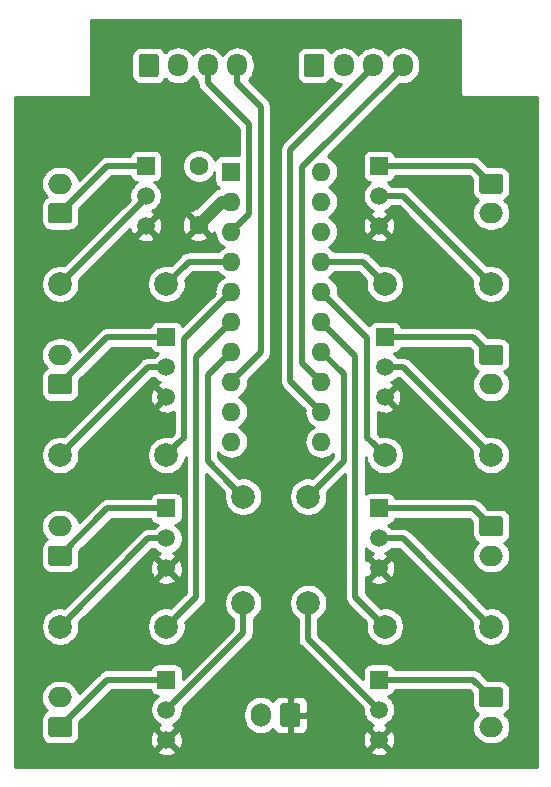
<source format=gbr>
G04 #@! TF.GenerationSoftware,KiCad,Pcbnew,(5.1.4)-1*
G04 #@! TF.CreationDate,2020-01-27T08:50:11+02:00*
G04 #@! TF.ProjectId,8_switch_array,385f7377-6974-4636-985f-61727261792e,rev?*
G04 #@! TF.SameCoordinates,Original*
G04 #@! TF.FileFunction,Copper,L1,Top*
G04 #@! TF.FilePolarity,Positive*
%FSLAX46Y46*%
G04 Gerber Fmt 4.6, Leading zero omitted, Abs format (unit mm)*
G04 Created by KiCad (PCBNEW (5.1.4)-1) date 2020-01-27 08:50:11*
%MOMM*%
%LPD*%
G04 APERTURE LIST*
%ADD10O,1.600000X1.600000*%
%ADD11R,1.600000X1.600000*%
%ADD12C,2.000000*%
%ADD13R,1.500000X1.500000*%
%ADD14C,1.500000*%
%ADD15O,2.000000X1.700000*%
%ADD16C,0.100000*%
%ADD17C,1.700000*%
%ADD18C,1.600000*%
%ADD19O,1.700000X2.000000*%
%ADD20O,1.700000X1.950000*%
%ADD21C,1.000000*%
%ADD22C,0.500000*%
%ADD23C,0.254000*%
G04 APERTURE END LIST*
D10*
X150620000Y-47000000D03*
X143000000Y-69860000D03*
X150620000Y-49540000D03*
X143000000Y-67320000D03*
X150620000Y-52080000D03*
X143000000Y-64780000D03*
X150620000Y-54620000D03*
X143000000Y-62240000D03*
X150620000Y-57160000D03*
X143000000Y-59700000D03*
X150620000Y-59700000D03*
X143000000Y-57160000D03*
X150620000Y-62240000D03*
X143000000Y-54620000D03*
X150620000Y-64780000D03*
X143000000Y-52080000D03*
X150620000Y-67320000D03*
X143000000Y-49540000D03*
X150620000Y-69860000D03*
D11*
X143000000Y-47000000D03*
D12*
X149500000Y-83500000D03*
X149500000Y-74500000D03*
X165000000Y-85500000D03*
X156000000Y-85500000D03*
X144000000Y-83500000D03*
X144000000Y-74500000D03*
X128500000Y-85500000D03*
X137500000Y-85500000D03*
D13*
X155500000Y-90000000D03*
D14*
X155500000Y-95080000D03*
X155500000Y-92540000D03*
D13*
X155500000Y-75500000D03*
D14*
X155500000Y-80580000D03*
X155500000Y-78040000D03*
D13*
X137500000Y-90000000D03*
D14*
X137500000Y-95080000D03*
X137500000Y-92540000D03*
D13*
X137500000Y-75500000D03*
D14*
X137500000Y-80580000D03*
X137500000Y-78040000D03*
D15*
X165000000Y-94000000D03*
D16*
G36*
X165774504Y-90651204D02*
G01*
X165798773Y-90654804D01*
X165822571Y-90660765D01*
X165845671Y-90669030D01*
X165867849Y-90679520D01*
X165888893Y-90692133D01*
X165908598Y-90706747D01*
X165926777Y-90723223D01*
X165943253Y-90741402D01*
X165957867Y-90761107D01*
X165970480Y-90782151D01*
X165980970Y-90804329D01*
X165989235Y-90827429D01*
X165995196Y-90851227D01*
X165998796Y-90875496D01*
X166000000Y-90900000D01*
X166000000Y-92100000D01*
X165998796Y-92124504D01*
X165995196Y-92148773D01*
X165989235Y-92172571D01*
X165980970Y-92195671D01*
X165970480Y-92217849D01*
X165957867Y-92238893D01*
X165943253Y-92258598D01*
X165926777Y-92276777D01*
X165908598Y-92293253D01*
X165888893Y-92307867D01*
X165867849Y-92320480D01*
X165845671Y-92330970D01*
X165822571Y-92339235D01*
X165798773Y-92345196D01*
X165774504Y-92348796D01*
X165750000Y-92350000D01*
X164250000Y-92350000D01*
X164225496Y-92348796D01*
X164201227Y-92345196D01*
X164177429Y-92339235D01*
X164154329Y-92330970D01*
X164132151Y-92320480D01*
X164111107Y-92307867D01*
X164091402Y-92293253D01*
X164073223Y-92276777D01*
X164056747Y-92258598D01*
X164042133Y-92238893D01*
X164029520Y-92217849D01*
X164019030Y-92195671D01*
X164010765Y-92172571D01*
X164004804Y-92148773D01*
X164001204Y-92124504D01*
X164000000Y-92100000D01*
X164000000Y-90900000D01*
X164001204Y-90875496D01*
X164004804Y-90851227D01*
X164010765Y-90827429D01*
X164019030Y-90804329D01*
X164029520Y-90782151D01*
X164042133Y-90761107D01*
X164056747Y-90741402D01*
X164073223Y-90723223D01*
X164091402Y-90706747D01*
X164111107Y-90692133D01*
X164132151Y-90679520D01*
X164154329Y-90669030D01*
X164177429Y-90660765D01*
X164201227Y-90654804D01*
X164225496Y-90651204D01*
X164250000Y-90650000D01*
X165750000Y-90650000D01*
X165774504Y-90651204D01*
X165774504Y-90651204D01*
G37*
D17*
X165000000Y-91500000D03*
D15*
X165000000Y-79500000D03*
D16*
G36*
X165774504Y-76151204D02*
G01*
X165798773Y-76154804D01*
X165822571Y-76160765D01*
X165845671Y-76169030D01*
X165867849Y-76179520D01*
X165888893Y-76192133D01*
X165908598Y-76206747D01*
X165926777Y-76223223D01*
X165943253Y-76241402D01*
X165957867Y-76261107D01*
X165970480Y-76282151D01*
X165980970Y-76304329D01*
X165989235Y-76327429D01*
X165995196Y-76351227D01*
X165998796Y-76375496D01*
X166000000Y-76400000D01*
X166000000Y-77600000D01*
X165998796Y-77624504D01*
X165995196Y-77648773D01*
X165989235Y-77672571D01*
X165980970Y-77695671D01*
X165970480Y-77717849D01*
X165957867Y-77738893D01*
X165943253Y-77758598D01*
X165926777Y-77776777D01*
X165908598Y-77793253D01*
X165888893Y-77807867D01*
X165867849Y-77820480D01*
X165845671Y-77830970D01*
X165822571Y-77839235D01*
X165798773Y-77845196D01*
X165774504Y-77848796D01*
X165750000Y-77850000D01*
X164250000Y-77850000D01*
X164225496Y-77848796D01*
X164201227Y-77845196D01*
X164177429Y-77839235D01*
X164154329Y-77830970D01*
X164132151Y-77820480D01*
X164111107Y-77807867D01*
X164091402Y-77793253D01*
X164073223Y-77776777D01*
X164056747Y-77758598D01*
X164042133Y-77738893D01*
X164029520Y-77717849D01*
X164019030Y-77695671D01*
X164010765Y-77672571D01*
X164004804Y-77648773D01*
X164001204Y-77624504D01*
X164000000Y-77600000D01*
X164000000Y-76400000D01*
X164001204Y-76375496D01*
X164004804Y-76351227D01*
X164010765Y-76327429D01*
X164019030Y-76304329D01*
X164029520Y-76282151D01*
X164042133Y-76261107D01*
X164056747Y-76241402D01*
X164073223Y-76223223D01*
X164091402Y-76206747D01*
X164111107Y-76192133D01*
X164132151Y-76179520D01*
X164154329Y-76169030D01*
X164177429Y-76160765D01*
X164201227Y-76154804D01*
X164225496Y-76151204D01*
X164250000Y-76150000D01*
X165750000Y-76150000D01*
X165774504Y-76151204D01*
X165774504Y-76151204D01*
G37*
D17*
X165000000Y-77000000D03*
D15*
X128500000Y-91500000D03*
D16*
G36*
X129274504Y-93151204D02*
G01*
X129298773Y-93154804D01*
X129322571Y-93160765D01*
X129345671Y-93169030D01*
X129367849Y-93179520D01*
X129388893Y-93192133D01*
X129408598Y-93206747D01*
X129426777Y-93223223D01*
X129443253Y-93241402D01*
X129457867Y-93261107D01*
X129470480Y-93282151D01*
X129480970Y-93304329D01*
X129489235Y-93327429D01*
X129495196Y-93351227D01*
X129498796Y-93375496D01*
X129500000Y-93400000D01*
X129500000Y-94600000D01*
X129498796Y-94624504D01*
X129495196Y-94648773D01*
X129489235Y-94672571D01*
X129480970Y-94695671D01*
X129470480Y-94717849D01*
X129457867Y-94738893D01*
X129443253Y-94758598D01*
X129426777Y-94776777D01*
X129408598Y-94793253D01*
X129388893Y-94807867D01*
X129367849Y-94820480D01*
X129345671Y-94830970D01*
X129322571Y-94839235D01*
X129298773Y-94845196D01*
X129274504Y-94848796D01*
X129250000Y-94850000D01*
X127750000Y-94850000D01*
X127725496Y-94848796D01*
X127701227Y-94845196D01*
X127677429Y-94839235D01*
X127654329Y-94830970D01*
X127632151Y-94820480D01*
X127611107Y-94807867D01*
X127591402Y-94793253D01*
X127573223Y-94776777D01*
X127556747Y-94758598D01*
X127542133Y-94738893D01*
X127529520Y-94717849D01*
X127519030Y-94695671D01*
X127510765Y-94672571D01*
X127504804Y-94648773D01*
X127501204Y-94624504D01*
X127500000Y-94600000D01*
X127500000Y-93400000D01*
X127501204Y-93375496D01*
X127504804Y-93351227D01*
X127510765Y-93327429D01*
X127519030Y-93304329D01*
X127529520Y-93282151D01*
X127542133Y-93261107D01*
X127556747Y-93241402D01*
X127573223Y-93223223D01*
X127591402Y-93206747D01*
X127611107Y-93192133D01*
X127632151Y-93179520D01*
X127654329Y-93169030D01*
X127677429Y-93160765D01*
X127701227Y-93154804D01*
X127725496Y-93151204D01*
X127750000Y-93150000D01*
X129250000Y-93150000D01*
X129274504Y-93151204D01*
X129274504Y-93151204D01*
G37*
D17*
X128500000Y-94000000D03*
D15*
X128500000Y-77000000D03*
D16*
G36*
X129274504Y-78651204D02*
G01*
X129298773Y-78654804D01*
X129322571Y-78660765D01*
X129345671Y-78669030D01*
X129367849Y-78679520D01*
X129388893Y-78692133D01*
X129408598Y-78706747D01*
X129426777Y-78723223D01*
X129443253Y-78741402D01*
X129457867Y-78761107D01*
X129470480Y-78782151D01*
X129480970Y-78804329D01*
X129489235Y-78827429D01*
X129495196Y-78851227D01*
X129498796Y-78875496D01*
X129500000Y-78900000D01*
X129500000Y-80100000D01*
X129498796Y-80124504D01*
X129495196Y-80148773D01*
X129489235Y-80172571D01*
X129480970Y-80195671D01*
X129470480Y-80217849D01*
X129457867Y-80238893D01*
X129443253Y-80258598D01*
X129426777Y-80276777D01*
X129408598Y-80293253D01*
X129388893Y-80307867D01*
X129367849Y-80320480D01*
X129345671Y-80330970D01*
X129322571Y-80339235D01*
X129298773Y-80345196D01*
X129274504Y-80348796D01*
X129250000Y-80350000D01*
X127750000Y-80350000D01*
X127725496Y-80348796D01*
X127701227Y-80345196D01*
X127677429Y-80339235D01*
X127654329Y-80330970D01*
X127632151Y-80320480D01*
X127611107Y-80307867D01*
X127591402Y-80293253D01*
X127573223Y-80276777D01*
X127556747Y-80258598D01*
X127542133Y-80238893D01*
X127529520Y-80217849D01*
X127519030Y-80195671D01*
X127510765Y-80172571D01*
X127504804Y-80148773D01*
X127501204Y-80124504D01*
X127500000Y-80100000D01*
X127500000Y-78900000D01*
X127501204Y-78875496D01*
X127504804Y-78851227D01*
X127510765Y-78827429D01*
X127519030Y-78804329D01*
X127529520Y-78782151D01*
X127542133Y-78761107D01*
X127556747Y-78741402D01*
X127573223Y-78723223D01*
X127591402Y-78706747D01*
X127611107Y-78692133D01*
X127632151Y-78679520D01*
X127654329Y-78669030D01*
X127677429Y-78660765D01*
X127701227Y-78654804D01*
X127725496Y-78651204D01*
X127750000Y-78650000D01*
X129250000Y-78650000D01*
X129274504Y-78651204D01*
X129274504Y-78651204D01*
G37*
D17*
X128500000Y-79500000D03*
D18*
X140250000Y-46500000D03*
X140250000Y-51500000D03*
D12*
X128500000Y-71000000D03*
X137500000Y-71000000D03*
X165000000Y-56500000D03*
X156000000Y-56500000D03*
X128500000Y-56500000D03*
X137500000Y-56500000D03*
X165000000Y-71000000D03*
X156000000Y-71000000D03*
D13*
X137500000Y-61000000D03*
D14*
X137500000Y-66080000D03*
X137500000Y-63540000D03*
D13*
X155500000Y-46500000D03*
D14*
X155500000Y-51580000D03*
X155500000Y-49040000D03*
D13*
X135750000Y-46500000D03*
D14*
X135750000Y-51580000D03*
X135750000Y-49040000D03*
D13*
X156000000Y-61000000D03*
D14*
X156000000Y-66080000D03*
X156000000Y-63540000D03*
D19*
X145500000Y-93000000D03*
D16*
G36*
X148624504Y-92001204D02*
G01*
X148648773Y-92004804D01*
X148672571Y-92010765D01*
X148695671Y-92019030D01*
X148717849Y-92029520D01*
X148738893Y-92042133D01*
X148758598Y-92056747D01*
X148776777Y-92073223D01*
X148793253Y-92091402D01*
X148807867Y-92111107D01*
X148820480Y-92132151D01*
X148830970Y-92154329D01*
X148839235Y-92177429D01*
X148845196Y-92201227D01*
X148848796Y-92225496D01*
X148850000Y-92250000D01*
X148850000Y-93750000D01*
X148848796Y-93774504D01*
X148845196Y-93798773D01*
X148839235Y-93822571D01*
X148830970Y-93845671D01*
X148820480Y-93867849D01*
X148807867Y-93888893D01*
X148793253Y-93908598D01*
X148776777Y-93926777D01*
X148758598Y-93943253D01*
X148738893Y-93957867D01*
X148717849Y-93970480D01*
X148695671Y-93980970D01*
X148672571Y-93989235D01*
X148648773Y-93995196D01*
X148624504Y-93998796D01*
X148600000Y-94000000D01*
X147400000Y-94000000D01*
X147375496Y-93998796D01*
X147351227Y-93995196D01*
X147327429Y-93989235D01*
X147304329Y-93980970D01*
X147282151Y-93970480D01*
X147261107Y-93957867D01*
X147241402Y-93943253D01*
X147223223Y-93926777D01*
X147206747Y-93908598D01*
X147192133Y-93888893D01*
X147179520Y-93867849D01*
X147169030Y-93845671D01*
X147160765Y-93822571D01*
X147154804Y-93798773D01*
X147151204Y-93774504D01*
X147150000Y-93750000D01*
X147150000Y-92250000D01*
X147151204Y-92225496D01*
X147154804Y-92201227D01*
X147160765Y-92177429D01*
X147169030Y-92154329D01*
X147179520Y-92132151D01*
X147192133Y-92111107D01*
X147206747Y-92091402D01*
X147223223Y-92073223D01*
X147241402Y-92056747D01*
X147261107Y-92042133D01*
X147282151Y-92029520D01*
X147304329Y-92019030D01*
X147327429Y-92010765D01*
X147351227Y-92004804D01*
X147375496Y-92001204D01*
X147400000Y-92000000D01*
X148600000Y-92000000D01*
X148624504Y-92001204D01*
X148624504Y-92001204D01*
G37*
D17*
X148000000Y-93000000D03*
D15*
X128500000Y-62500000D03*
D16*
G36*
X129274504Y-64151204D02*
G01*
X129298773Y-64154804D01*
X129322571Y-64160765D01*
X129345671Y-64169030D01*
X129367849Y-64179520D01*
X129388893Y-64192133D01*
X129408598Y-64206747D01*
X129426777Y-64223223D01*
X129443253Y-64241402D01*
X129457867Y-64261107D01*
X129470480Y-64282151D01*
X129480970Y-64304329D01*
X129489235Y-64327429D01*
X129495196Y-64351227D01*
X129498796Y-64375496D01*
X129500000Y-64400000D01*
X129500000Y-65600000D01*
X129498796Y-65624504D01*
X129495196Y-65648773D01*
X129489235Y-65672571D01*
X129480970Y-65695671D01*
X129470480Y-65717849D01*
X129457867Y-65738893D01*
X129443253Y-65758598D01*
X129426777Y-65776777D01*
X129408598Y-65793253D01*
X129388893Y-65807867D01*
X129367849Y-65820480D01*
X129345671Y-65830970D01*
X129322571Y-65839235D01*
X129298773Y-65845196D01*
X129274504Y-65848796D01*
X129250000Y-65850000D01*
X127750000Y-65850000D01*
X127725496Y-65848796D01*
X127701227Y-65845196D01*
X127677429Y-65839235D01*
X127654329Y-65830970D01*
X127632151Y-65820480D01*
X127611107Y-65807867D01*
X127591402Y-65793253D01*
X127573223Y-65776777D01*
X127556747Y-65758598D01*
X127542133Y-65738893D01*
X127529520Y-65717849D01*
X127519030Y-65695671D01*
X127510765Y-65672571D01*
X127504804Y-65648773D01*
X127501204Y-65624504D01*
X127500000Y-65600000D01*
X127500000Y-64400000D01*
X127501204Y-64375496D01*
X127504804Y-64351227D01*
X127510765Y-64327429D01*
X127519030Y-64304329D01*
X127529520Y-64282151D01*
X127542133Y-64261107D01*
X127556747Y-64241402D01*
X127573223Y-64223223D01*
X127591402Y-64206747D01*
X127611107Y-64192133D01*
X127632151Y-64179520D01*
X127654329Y-64169030D01*
X127677429Y-64160765D01*
X127701227Y-64154804D01*
X127725496Y-64151204D01*
X127750000Y-64150000D01*
X129250000Y-64150000D01*
X129274504Y-64151204D01*
X129274504Y-64151204D01*
G37*
D17*
X128500000Y-65000000D03*
D15*
X165000000Y-50500000D03*
D16*
G36*
X165774504Y-47151204D02*
G01*
X165798773Y-47154804D01*
X165822571Y-47160765D01*
X165845671Y-47169030D01*
X165867849Y-47179520D01*
X165888893Y-47192133D01*
X165908598Y-47206747D01*
X165926777Y-47223223D01*
X165943253Y-47241402D01*
X165957867Y-47261107D01*
X165970480Y-47282151D01*
X165980970Y-47304329D01*
X165989235Y-47327429D01*
X165995196Y-47351227D01*
X165998796Y-47375496D01*
X166000000Y-47400000D01*
X166000000Y-48600000D01*
X165998796Y-48624504D01*
X165995196Y-48648773D01*
X165989235Y-48672571D01*
X165980970Y-48695671D01*
X165970480Y-48717849D01*
X165957867Y-48738893D01*
X165943253Y-48758598D01*
X165926777Y-48776777D01*
X165908598Y-48793253D01*
X165888893Y-48807867D01*
X165867849Y-48820480D01*
X165845671Y-48830970D01*
X165822571Y-48839235D01*
X165798773Y-48845196D01*
X165774504Y-48848796D01*
X165750000Y-48850000D01*
X164250000Y-48850000D01*
X164225496Y-48848796D01*
X164201227Y-48845196D01*
X164177429Y-48839235D01*
X164154329Y-48830970D01*
X164132151Y-48820480D01*
X164111107Y-48807867D01*
X164091402Y-48793253D01*
X164073223Y-48776777D01*
X164056747Y-48758598D01*
X164042133Y-48738893D01*
X164029520Y-48717849D01*
X164019030Y-48695671D01*
X164010765Y-48672571D01*
X164004804Y-48648773D01*
X164001204Y-48624504D01*
X164000000Y-48600000D01*
X164000000Y-47400000D01*
X164001204Y-47375496D01*
X164004804Y-47351227D01*
X164010765Y-47327429D01*
X164019030Y-47304329D01*
X164029520Y-47282151D01*
X164042133Y-47261107D01*
X164056747Y-47241402D01*
X164073223Y-47223223D01*
X164091402Y-47206747D01*
X164111107Y-47192133D01*
X164132151Y-47179520D01*
X164154329Y-47169030D01*
X164177429Y-47160765D01*
X164201227Y-47154804D01*
X164225496Y-47151204D01*
X164250000Y-47150000D01*
X165750000Y-47150000D01*
X165774504Y-47151204D01*
X165774504Y-47151204D01*
G37*
D17*
X165000000Y-48000000D03*
D15*
X128500000Y-48000000D03*
D16*
G36*
X129274504Y-49651204D02*
G01*
X129298773Y-49654804D01*
X129322571Y-49660765D01*
X129345671Y-49669030D01*
X129367849Y-49679520D01*
X129388893Y-49692133D01*
X129408598Y-49706747D01*
X129426777Y-49723223D01*
X129443253Y-49741402D01*
X129457867Y-49761107D01*
X129470480Y-49782151D01*
X129480970Y-49804329D01*
X129489235Y-49827429D01*
X129495196Y-49851227D01*
X129498796Y-49875496D01*
X129500000Y-49900000D01*
X129500000Y-51100000D01*
X129498796Y-51124504D01*
X129495196Y-51148773D01*
X129489235Y-51172571D01*
X129480970Y-51195671D01*
X129470480Y-51217849D01*
X129457867Y-51238893D01*
X129443253Y-51258598D01*
X129426777Y-51276777D01*
X129408598Y-51293253D01*
X129388893Y-51307867D01*
X129367849Y-51320480D01*
X129345671Y-51330970D01*
X129322571Y-51339235D01*
X129298773Y-51345196D01*
X129274504Y-51348796D01*
X129250000Y-51350000D01*
X127750000Y-51350000D01*
X127725496Y-51348796D01*
X127701227Y-51345196D01*
X127677429Y-51339235D01*
X127654329Y-51330970D01*
X127632151Y-51320480D01*
X127611107Y-51307867D01*
X127591402Y-51293253D01*
X127573223Y-51276777D01*
X127556747Y-51258598D01*
X127542133Y-51238893D01*
X127529520Y-51217849D01*
X127519030Y-51195671D01*
X127510765Y-51172571D01*
X127504804Y-51148773D01*
X127501204Y-51124504D01*
X127500000Y-51100000D01*
X127500000Y-49900000D01*
X127501204Y-49875496D01*
X127504804Y-49851227D01*
X127510765Y-49827429D01*
X127519030Y-49804329D01*
X127529520Y-49782151D01*
X127542133Y-49761107D01*
X127556747Y-49741402D01*
X127573223Y-49723223D01*
X127591402Y-49706747D01*
X127611107Y-49692133D01*
X127632151Y-49679520D01*
X127654329Y-49669030D01*
X127677429Y-49660765D01*
X127701227Y-49654804D01*
X127725496Y-49651204D01*
X127750000Y-49650000D01*
X129250000Y-49650000D01*
X129274504Y-49651204D01*
X129274504Y-49651204D01*
G37*
D17*
X128500000Y-50500000D03*
D15*
X165000000Y-65000000D03*
D16*
G36*
X165774504Y-61651204D02*
G01*
X165798773Y-61654804D01*
X165822571Y-61660765D01*
X165845671Y-61669030D01*
X165867849Y-61679520D01*
X165888893Y-61692133D01*
X165908598Y-61706747D01*
X165926777Y-61723223D01*
X165943253Y-61741402D01*
X165957867Y-61761107D01*
X165970480Y-61782151D01*
X165980970Y-61804329D01*
X165989235Y-61827429D01*
X165995196Y-61851227D01*
X165998796Y-61875496D01*
X166000000Y-61900000D01*
X166000000Y-63100000D01*
X165998796Y-63124504D01*
X165995196Y-63148773D01*
X165989235Y-63172571D01*
X165980970Y-63195671D01*
X165970480Y-63217849D01*
X165957867Y-63238893D01*
X165943253Y-63258598D01*
X165926777Y-63276777D01*
X165908598Y-63293253D01*
X165888893Y-63307867D01*
X165867849Y-63320480D01*
X165845671Y-63330970D01*
X165822571Y-63339235D01*
X165798773Y-63345196D01*
X165774504Y-63348796D01*
X165750000Y-63350000D01*
X164250000Y-63350000D01*
X164225496Y-63348796D01*
X164201227Y-63345196D01*
X164177429Y-63339235D01*
X164154329Y-63330970D01*
X164132151Y-63320480D01*
X164111107Y-63307867D01*
X164091402Y-63293253D01*
X164073223Y-63276777D01*
X164056747Y-63258598D01*
X164042133Y-63238893D01*
X164029520Y-63217849D01*
X164019030Y-63195671D01*
X164010765Y-63172571D01*
X164004804Y-63148773D01*
X164001204Y-63124504D01*
X164000000Y-63100000D01*
X164000000Y-61900000D01*
X164001204Y-61875496D01*
X164004804Y-61851227D01*
X164010765Y-61827429D01*
X164019030Y-61804329D01*
X164029520Y-61782151D01*
X164042133Y-61761107D01*
X164056747Y-61741402D01*
X164073223Y-61723223D01*
X164091402Y-61706747D01*
X164111107Y-61692133D01*
X164132151Y-61679520D01*
X164154329Y-61669030D01*
X164177429Y-61660765D01*
X164201227Y-61654804D01*
X164225496Y-61651204D01*
X164250000Y-61650000D01*
X165750000Y-61650000D01*
X165774504Y-61651204D01*
X165774504Y-61651204D01*
G37*
D17*
X165000000Y-62500000D03*
D20*
X157500000Y-38000000D03*
X155000000Y-38000000D03*
X152500000Y-38000000D03*
D16*
G36*
X150624504Y-37026204D02*
G01*
X150648773Y-37029804D01*
X150672571Y-37035765D01*
X150695671Y-37044030D01*
X150717849Y-37054520D01*
X150738893Y-37067133D01*
X150758598Y-37081747D01*
X150776777Y-37098223D01*
X150793253Y-37116402D01*
X150807867Y-37136107D01*
X150820480Y-37157151D01*
X150830970Y-37179329D01*
X150839235Y-37202429D01*
X150845196Y-37226227D01*
X150848796Y-37250496D01*
X150850000Y-37275000D01*
X150850000Y-38725000D01*
X150848796Y-38749504D01*
X150845196Y-38773773D01*
X150839235Y-38797571D01*
X150830970Y-38820671D01*
X150820480Y-38842849D01*
X150807867Y-38863893D01*
X150793253Y-38883598D01*
X150776777Y-38901777D01*
X150758598Y-38918253D01*
X150738893Y-38932867D01*
X150717849Y-38945480D01*
X150695671Y-38955970D01*
X150672571Y-38964235D01*
X150648773Y-38970196D01*
X150624504Y-38973796D01*
X150600000Y-38975000D01*
X149400000Y-38975000D01*
X149375496Y-38973796D01*
X149351227Y-38970196D01*
X149327429Y-38964235D01*
X149304329Y-38955970D01*
X149282151Y-38945480D01*
X149261107Y-38932867D01*
X149241402Y-38918253D01*
X149223223Y-38901777D01*
X149206747Y-38883598D01*
X149192133Y-38863893D01*
X149179520Y-38842849D01*
X149169030Y-38820671D01*
X149160765Y-38797571D01*
X149154804Y-38773773D01*
X149151204Y-38749504D01*
X149150000Y-38725000D01*
X149150000Y-37275000D01*
X149151204Y-37250496D01*
X149154804Y-37226227D01*
X149160765Y-37202429D01*
X149169030Y-37179329D01*
X149179520Y-37157151D01*
X149192133Y-37136107D01*
X149206747Y-37116402D01*
X149223223Y-37098223D01*
X149241402Y-37081747D01*
X149261107Y-37067133D01*
X149282151Y-37054520D01*
X149304329Y-37044030D01*
X149327429Y-37035765D01*
X149351227Y-37029804D01*
X149375496Y-37026204D01*
X149400000Y-37025000D01*
X150600000Y-37025000D01*
X150624504Y-37026204D01*
X150624504Y-37026204D01*
G37*
D17*
X150000000Y-38000000D03*
D20*
X143500000Y-38000000D03*
X141000000Y-38000000D03*
X138500000Y-38000000D03*
D16*
G36*
X136624504Y-37026204D02*
G01*
X136648773Y-37029804D01*
X136672571Y-37035765D01*
X136695671Y-37044030D01*
X136717849Y-37054520D01*
X136738893Y-37067133D01*
X136758598Y-37081747D01*
X136776777Y-37098223D01*
X136793253Y-37116402D01*
X136807867Y-37136107D01*
X136820480Y-37157151D01*
X136830970Y-37179329D01*
X136839235Y-37202429D01*
X136845196Y-37226227D01*
X136848796Y-37250496D01*
X136850000Y-37275000D01*
X136850000Y-38725000D01*
X136848796Y-38749504D01*
X136845196Y-38773773D01*
X136839235Y-38797571D01*
X136830970Y-38820671D01*
X136820480Y-38842849D01*
X136807867Y-38863893D01*
X136793253Y-38883598D01*
X136776777Y-38901777D01*
X136758598Y-38918253D01*
X136738893Y-38932867D01*
X136717849Y-38945480D01*
X136695671Y-38955970D01*
X136672571Y-38964235D01*
X136648773Y-38970196D01*
X136624504Y-38973796D01*
X136600000Y-38975000D01*
X135400000Y-38975000D01*
X135375496Y-38973796D01*
X135351227Y-38970196D01*
X135327429Y-38964235D01*
X135304329Y-38955970D01*
X135282151Y-38945480D01*
X135261107Y-38932867D01*
X135241402Y-38918253D01*
X135223223Y-38901777D01*
X135206747Y-38883598D01*
X135192133Y-38863893D01*
X135179520Y-38842849D01*
X135169030Y-38820671D01*
X135160765Y-38797571D01*
X135154804Y-38773773D01*
X135151204Y-38749504D01*
X135150000Y-38725000D01*
X135150000Y-37275000D01*
X135151204Y-37250496D01*
X135154804Y-37226227D01*
X135160765Y-37202429D01*
X135169030Y-37179329D01*
X135179520Y-37157151D01*
X135192133Y-37136107D01*
X135206747Y-37116402D01*
X135223223Y-37098223D01*
X135241402Y-37081747D01*
X135261107Y-37067133D01*
X135282151Y-37054520D01*
X135304329Y-37044030D01*
X135327429Y-37035765D01*
X135351227Y-37029804D01*
X135375496Y-37026204D01*
X135400000Y-37025000D01*
X136600000Y-37025000D01*
X136624504Y-37026204D01*
X136624504Y-37026204D01*
G37*
D17*
X136000000Y-38000000D03*
D21*
X142210000Y-49540000D02*
X140250000Y-51500000D01*
X143000000Y-49540000D02*
X142210000Y-49540000D01*
D22*
X135960000Y-49040000D02*
X128500000Y-56500000D01*
X135960000Y-63540000D02*
X128500000Y-71000000D01*
X137500000Y-63540000D02*
X135960000Y-63540000D01*
X135960000Y-78040000D02*
X128500000Y-85500000D01*
X137500000Y-78040000D02*
X135960000Y-78040000D01*
X144000000Y-86040000D02*
X137500000Y-92540000D01*
X144000000Y-83500000D02*
X144000000Y-86040000D01*
X139380000Y-54620000D02*
X137500000Y-56500000D01*
X143000000Y-54620000D02*
X139380000Y-54620000D01*
X138499999Y-70000001D02*
X137500000Y-71000000D01*
X139000000Y-69500000D02*
X138499999Y-70000001D01*
X143000000Y-57160000D02*
X139000000Y-61160000D01*
X139000000Y-61160000D02*
X139000000Y-69500000D01*
X154120000Y-54620000D02*
X156000000Y-56500000D01*
X150620000Y-54620000D02*
X154120000Y-54620000D01*
X155000001Y-70000001D02*
X156000000Y-71000000D01*
X154500000Y-69500000D02*
X155000001Y-70000001D01*
X150620000Y-57160000D02*
X154500000Y-61040000D01*
X154500000Y-61040000D02*
X154500000Y-69500000D01*
X143799999Y-63980001D02*
X143000000Y-64780000D01*
X145500000Y-62280000D02*
X143799999Y-63980001D01*
X145500000Y-41475000D02*
X145500000Y-62280000D01*
X143500000Y-38000000D02*
X143500000Y-39475000D01*
X143500000Y-39475000D02*
X145500000Y-41475000D01*
X143799999Y-51280001D02*
X143000000Y-52080000D01*
X144500000Y-50580000D02*
X143799999Y-51280001D01*
X144500000Y-42975000D02*
X144500000Y-50580000D01*
X141000000Y-38000000D02*
X141000000Y-39475000D01*
X141000000Y-39475000D02*
X144500000Y-42975000D01*
X157500000Y-38125000D02*
X157500000Y-38000000D01*
X149000000Y-46625000D02*
X157500000Y-38125000D01*
X150620000Y-64780000D02*
X149000000Y-63160000D01*
X149000000Y-63160000D02*
X149000000Y-46625000D01*
X150620000Y-67320000D02*
X148000000Y-64700000D01*
X155000000Y-38125000D02*
X155000000Y-38000000D01*
X148000000Y-45125000D02*
X155000000Y-38125000D01*
X148000000Y-45500000D02*
X148000000Y-45125000D01*
X148000000Y-64700000D02*
X148000000Y-45500000D01*
X132500000Y-46500000D02*
X128500000Y-50500000D01*
X135750000Y-46500000D02*
X132500000Y-46500000D01*
X132500000Y-61000000D02*
X128500000Y-65000000D01*
X137500000Y-61000000D02*
X132500000Y-61000000D01*
X132500000Y-75500000D02*
X128500000Y-79500000D01*
X137500000Y-75500000D02*
X132500000Y-75500000D01*
X132500000Y-90000000D02*
X128500000Y-94000000D01*
X137500000Y-90000000D02*
X132500000Y-90000000D01*
X163500000Y-46500000D02*
X165000000Y-48000000D01*
X155500000Y-46500000D02*
X163500000Y-46500000D01*
X163500000Y-61000000D02*
X165000000Y-62500000D01*
X156000000Y-61000000D02*
X163500000Y-61000000D01*
X163500000Y-75500000D02*
X165000000Y-77000000D01*
X155500000Y-75500000D02*
X163500000Y-75500000D01*
X163500000Y-90000000D02*
X165000000Y-91500000D01*
X155500000Y-90000000D02*
X163500000Y-90000000D01*
X157540000Y-49040000D02*
X165000000Y-56500000D01*
X155500000Y-49040000D02*
X157540000Y-49040000D01*
X157540000Y-63540000D02*
X165000000Y-71000000D01*
X156000000Y-63540000D02*
X157540000Y-63540000D01*
X157540000Y-78040000D02*
X165000000Y-85500000D01*
X155500000Y-78040000D02*
X157540000Y-78040000D01*
X149500000Y-86540000D02*
X155500000Y-92540000D01*
X149500000Y-83500000D02*
X149500000Y-86540000D01*
X138499999Y-84500001D02*
X137500000Y-85500000D01*
X140000000Y-83000000D02*
X138499999Y-84500001D01*
X143000000Y-59700000D02*
X140000000Y-62700000D01*
X140000000Y-62700000D02*
X140000000Y-83000000D01*
X143000001Y-73500001D02*
X144000000Y-74500000D01*
X141000000Y-71500000D02*
X143000001Y-73500001D01*
X143000000Y-62240000D02*
X141000000Y-64240000D01*
X141000000Y-64240000D02*
X141000000Y-71500000D01*
X155000001Y-84500001D02*
X156000000Y-85500000D01*
X153500000Y-83000000D02*
X155000001Y-84500001D01*
X150620000Y-59700000D02*
X153500000Y-62580000D01*
X153500000Y-62580000D02*
X153500000Y-83000000D01*
X150499999Y-73500001D02*
X149500000Y-74500000D01*
X152500000Y-71500000D02*
X150499999Y-73500001D01*
X150620000Y-62240000D02*
X152500000Y-64120000D01*
X152500000Y-64120000D02*
X152500000Y-71500000D01*
D23*
G36*
X162373000Y-40500000D02*
G01*
X162375440Y-40524776D01*
X162382667Y-40548601D01*
X162394403Y-40570557D01*
X162410197Y-40589803D01*
X162429443Y-40605597D01*
X162451399Y-40617333D01*
X162475224Y-40624560D01*
X162500000Y-40627000D01*
X168848000Y-40627000D01*
X168848001Y-81967978D01*
X168848000Y-97373000D01*
X124652000Y-97373000D01*
X124652000Y-96036993D01*
X136722612Y-96036993D01*
X136788137Y-96275860D01*
X137035116Y-96391760D01*
X137299960Y-96457250D01*
X137572492Y-96469812D01*
X137842238Y-96428965D01*
X138098832Y-96336277D01*
X138211863Y-96275860D01*
X138277388Y-96036993D01*
X154722612Y-96036993D01*
X154788137Y-96275860D01*
X155035116Y-96391760D01*
X155299960Y-96457250D01*
X155572492Y-96469812D01*
X155842238Y-96428965D01*
X156098832Y-96336277D01*
X156211863Y-96275860D01*
X156277388Y-96036993D01*
X155500000Y-95259605D01*
X154722612Y-96036993D01*
X138277388Y-96036993D01*
X137500000Y-95259605D01*
X136722612Y-96036993D01*
X124652000Y-96036993D01*
X124652000Y-91500000D01*
X126865854Y-91500000D01*
X126894371Y-91789543D01*
X126978828Y-92067958D01*
X127115978Y-92324547D01*
X127300550Y-92549450D01*
X127372667Y-92608635D01*
X127261080Y-92668279D01*
X127127723Y-92777723D01*
X127018279Y-92911080D01*
X126936956Y-93063226D01*
X126886877Y-93228314D01*
X126869967Y-93400000D01*
X126869967Y-94600000D01*
X126886877Y-94771686D01*
X126936956Y-94936774D01*
X127018279Y-95088920D01*
X127127723Y-95222277D01*
X127261080Y-95331721D01*
X127413226Y-95413044D01*
X127578314Y-95463123D01*
X127750000Y-95480033D01*
X129250000Y-95480033D01*
X129421686Y-95463123D01*
X129586774Y-95413044D01*
X129738920Y-95331721D01*
X129872277Y-95222277D01*
X129929548Y-95152492D01*
X136110188Y-95152492D01*
X136151035Y-95422238D01*
X136243723Y-95678832D01*
X136304140Y-95791863D01*
X136543007Y-95857388D01*
X137320395Y-95080000D01*
X137679605Y-95080000D01*
X138456993Y-95857388D01*
X138695860Y-95791863D01*
X138811760Y-95544884D01*
X138877250Y-95280040D01*
X138883129Y-95152492D01*
X154110188Y-95152492D01*
X154151035Y-95422238D01*
X154243723Y-95678832D01*
X154304140Y-95791863D01*
X154543007Y-95857388D01*
X155320395Y-95080000D01*
X155679605Y-95080000D01*
X156456993Y-95857388D01*
X156695860Y-95791863D01*
X156811760Y-95544884D01*
X156877250Y-95280040D01*
X156889812Y-95007508D01*
X156848965Y-94737762D01*
X156756277Y-94481168D01*
X156695860Y-94368137D01*
X156456993Y-94302612D01*
X155679605Y-95080000D01*
X155320395Y-95080000D01*
X154543007Y-94302612D01*
X154304140Y-94368137D01*
X154188240Y-94615116D01*
X154122750Y-94879960D01*
X154110188Y-95152492D01*
X138883129Y-95152492D01*
X138889812Y-95007508D01*
X138848965Y-94737762D01*
X138756277Y-94481168D01*
X138695860Y-94368137D01*
X138456993Y-94302612D01*
X137679605Y-95080000D01*
X137320395Y-95080000D01*
X136543007Y-94302612D01*
X136304140Y-94368137D01*
X136188240Y-94615116D01*
X136122750Y-94879960D01*
X136110188Y-95152492D01*
X129929548Y-95152492D01*
X129981721Y-95088920D01*
X130063044Y-94936774D01*
X130113123Y-94771686D01*
X130130033Y-94600000D01*
X130130033Y-93610232D01*
X132863265Y-90877000D01*
X136133313Y-90877000D01*
X136167925Y-90991103D01*
X136226147Y-91100028D01*
X136304499Y-91195501D01*
X136399972Y-91273853D01*
X136508897Y-91332075D01*
X136627087Y-91367927D01*
X136750000Y-91380033D01*
X136757478Y-91380033D01*
X136622213Y-91470414D01*
X136430414Y-91662213D01*
X136279718Y-91887746D01*
X136175917Y-92138344D01*
X136123000Y-92404377D01*
X136123000Y-92675623D01*
X136175917Y-92941656D01*
X136279718Y-93192254D01*
X136430414Y-93417787D01*
X136622213Y-93609586D01*
X136847746Y-93760282D01*
X136954445Y-93804478D01*
X136901168Y-93823723D01*
X136788137Y-93884140D01*
X136722612Y-94123007D01*
X137500000Y-94900395D01*
X138277388Y-94123007D01*
X138211863Y-93884140D01*
X138043723Y-93805237D01*
X138152254Y-93760282D01*
X138377787Y-93609586D01*
X138569586Y-93417787D01*
X138720282Y-93192254D01*
X138824083Y-92941656D01*
X138856746Y-92777444D01*
X144023000Y-92777444D01*
X144023000Y-93222555D01*
X144044371Y-93439542D01*
X144128828Y-93717957D01*
X144265978Y-93974546D01*
X144450550Y-94199450D01*
X144675453Y-94384022D01*
X144932042Y-94521172D01*
X145210457Y-94605629D01*
X145500000Y-94634146D01*
X145789542Y-94605629D01*
X146067957Y-94521172D01*
X146324546Y-94384022D01*
X146547432Y-94201106D01*
X146560498Y-94244180D01*
X146619463Y-94354494D01*
X146698815Y-94451185D01*
X146795506Y-94530537D01*
X146905820Y-94589502D01*
X147025518Y-94625812D01*
X147150000Y-94638072D01*
X147714250Y-94635000D01*
X147873000Y-94476250D01*
X147873000Y-93127000D01*
X148127000Y-93127000D01*
X148127000Y-94476250D01*
X148285750Y-94635000D01*
X148850000Y-94638072D01*
X148974482Y-94625812D01*
X149094180Y-94589502D01*
X149204494Y-94530537D01*
X149301185Y-94451185D01*
X149380537Y-94354494D01*
X149439502Y-94244180D01*
X149475812Y-94124482D01*
X149488072Y-94000000D01*
X149485000Y-93285750D01*
X149326250Y-93127000D01*
X148127000Y-93127000D01*
X147873000Y-93127000D01*
X147853000Y-93127000D01*
X147853000Y-92873000D01*
X147873000Y-92873000D01*
X147873000Y-91523750D01*
X148127000Y-91523750D01*
X148127000Y-92873000D01*
X149326250Y-92873000D01*
X149485000Y-92714250D01*
X149488072Y-92000000D01*
X149475812Y-91875518D01*
X149439502Y-91755820D01*
X149380537Y-91645506D01*
X149301185Y-91548815D01*
X149204494Y-91469463D01*
X149094180Y-91410498D01*
X148974482Y-91374188D01*
X148850000Y-91361928D01*
X148285750Y-91365000D01*
X148127000Y-91523750D01*
X147873000Y-91523750D01*
X147714250Y-91365000D01*
X147150000Y-91361928D01*
X147025518Y-91374188D01*
X146905820Y-91410498D01*
X146795506Y-91469463D01*
X146698815Y-91548815D01*
X146619463Y-91645506D01*
X146560498Y-91755820D01*
X146547432Y-91798894D01*
X146324547Y-91615978D01*
X146067958Y-91478828D01*
X145789543Y-91394371D01*
X145500000Y-91365854D01*
X145210458Y-91394371D01*
X144932043Y-91478828D01*
X144675454Y-91615978D01*
X144450550Y-91800550D01*
X144265978Y-92025453D01*
X144128828Y-92282042D01*
X144044371Y-92560457D01*
X144023000Y-92777444D01*
X138856746Y-92777444D01*
X138877000Y-92675623D01*
X138877000Y-92404377D01*
X138876816Y-92403449D01*
X144589668Y-86690597D01*
X144623133Y-86663133D01*
X144732727Y-86529592D01*
X144814162Y-86377237D01*
X144864310Y-86211922D01*
X144877000Y-86083079D01*
X144877000Y-86083078D01*
X144881243Y-86040001D01*
X144877000Y-85996924D01*
X144877000Y-84870783D01*
X145037152Y-84763773D01*
X145263773Y-84537152D01*
X145441828Y-84270673D01*
X145564475Y-83974578D01*
X145627000Y-83660245D01*
X145627000Y-83339755D01*
X147873000Y-83339755D01*
X147873000Y-83660245D01*
X147935525Y-83974578D01*
X148058172Y-84270673D01*
X148236227Y-84537152D01*
X148462848Y-84763773D01*
X148623000Y-84870783D01*
X148623001Y-86496911D01*
X148618757Y-86540000D01*
X148635690Y-86711922D01*
X148685838Y-86877236D01*
X148767274Y-87029592D01*
X148849406Y-87129671D01*
X148849409Y-87129674D01*
X148876868Y-87163133D01*
X148910327Y-87190592D01*
X154123184Y-92403449D01*
X154123000Y-92404377D01*
X154123000Y-92675623D01*
X154175917Y-92941656D01*
X154279718Y-93192254D01*
X154430414Y-93417787D01*
X154622213Y-93609586D01*
X154847746Y-93760282D01*
X154954445Y-93804478D01*
X154901168Y-93823723D01*
X154788137Y-93884140D01*
X154722612Y-94123007D01*
X155500000Y-94900395D01*
X156277388Y-94123007D01*
X156211863Y-93884140D01*
X156043723Y-93805237D01*
X156152254Y-93760282D01*
X156377787Y-93609586D01*
X156569586Y-93417787D01*
X156720282Y-93192254D01*
X156824083Y-92941656D01*
X156877000Y-92675623D01*
X156877000Y-92404377D01*
X156824083Y-92138344D01*
X156720282Y-91887746D01*
X156569586Y-91662213D01*
X156377787Y-91470414D01*
X156242522Y-91380033D01*
X156250000Y-91380033D01*
X156372913Y-91367927D01*
X156491103Y-91332075D01*
X156600028Y-91273853D01*
X156695501Y-91195501D01*
X156773853Y-91100028D01*
X156832075Y-90991103D01*
X156866687Y-90877000D01*
X163136735Y-90877000D01*
X163369967Y-91110232D01*
X163369967Y-92100000D01*
X163386877Y-92271686D01*
X163436956Y-92436774D01*
X163518279Y-92588920D01*
X163627723Y-92722277D01*
X163761080Y-92831721D01*
X163872667Y-92891365D01*
X163800550Y-92950550D01*
X163615978Y-93175453D01*
X163478828Y-93432042D01*
X163394371Y-93710457D01*
X163365854Y-94000000D01*
X163394371Y-94289543D01*
X163478828Y-94567958D01*
X163615978Y-94824547D01*
X163800550Y-95049450D01*
X164025453Y-95234022D01*
X164282042Y-95371172D01*
X164560457Y-95455629D01*
X164777444Y-95477000D01*
X165222556Y-95477000D01*
X165439543Y-95455629D01*
X165717958Y-95371172D01*
X165974547Y-95234022D01*
X166199450Y-95049450D01*
X166384022Y-94824547D01*
X166521172Y-94567958D01*
X166605629Y-94289543D01*
X166634146Y-94000000D01*
X166605629Y-93710457D01*
X166521172Y-93432042D01*
X166384022Y-93175453D01*
X166199450Y-92950550D01*
X166127333Y-92891365D01*
X166238920Y-92831721D01*
X166372277Y-92722277D01*
X166481721Y-92588920D01*
X166563044Y-92436774D01*
X166613123Y-92271686D01*
X166630033Y-92100000D01*
X166630033Y-90900000D01*
X166613123Y-90728314D01*
X166563044Y-90563226D01*
X166481721Y-90411080D01*
X166372277Y-90277723D01*
X166238920Y-90168279D01*
X166086774Y-90086956D01*
X165921686Y-90036877D01*
X165750000Y-90019967D01*
X164760232Y-90019967D01*
X164150597Y-89410332D01*
X164123133Y-89376867D01*
X163989592Y-89267273D01*
X163837237Y-89185838D01*
X163671922Y-89135690D01*
X163543079Y-89123000D01*
X163500000Y-89118757D01*
X163456921Y-89123000D01*
X156866687Y-89123000D01*
X156832075Y-89008897D01*
X156773853Y-88899972D01*
X156695501Y-88804499D01*
X156600028Y-88726147D01*
X156491103Y-88667925D01*
X156372913Y-88632073D01*
X156250000Y-88619967D01*
X154750000Y-88619967D01*
X154627087Y-88632073D01*
X154508897Y-88667925D01*
X154399972Y-88726147D01*
X154304499Y-88804499D01*
X154226147Y-88899972D01*
X154167925Y-89008897D01*
X154132073Y-89127087D01*
X154119967Y-89250000D01*
X154119967Y-89919702D01*
X150377000Y-86176735D01*
X150377000Y-84870783D01*
X150537152Y-84763773D01*
X150763773Y-84537152D01*
X150941828Y-84270673D01*
X151064475Y-83974578D01*
X151127000Y-83660245D01*
X151127000Y-83339755D01*
X151064475Y-83025422D01*
X150941828Y-82729327D01*
X150763773Y-82462848D01*
X150537152Y-82236227D01*
X150270673Y-82058172D01*
X149974578Y-81935525D01*
X149660245Y-81873000D01*
X149339755Y-81873000D01*
X149025422Y-81935525D01*
X148729327Y-82058172D01*
X148462848Y-82236227D01*
X148236227Y-82462848D01*
X148058172Y-82729327D01*
X147935525Y-83025422D01*
X147873000Y-83339755D01*
X145627000Y-83339755D01*
X145564475Y-83025422D01*
X145441828Y-82729327D01*
X145263773Y-82462848D01*
X145037152Y-82236227D01*
X144770673Y-82058172D01*
X144474578Y-81935525D01*
X144160245Y-81873000D01*
X143839755Y-81873000D01*
X143525422Y-81935525D01*
X143229327Y-82058172D01*
X142962848Y-82236227D01*
X142736227Y-82462848D01*
X142558172Y-82729327D01*
X142435525Y-83025422D01*
X142373000Y-83339755D01*
X142373000Y-83660245D01*
X142435525Y-83974578D01*
X142558172Y-84270673D01*
X142736227Y-84537152D01*
X142962848Y-84763773D01*
X143123001Y-84870783D01*
X143123001Y-85676734D01*
X138880033Y-89919702D01*
X138880033Y-89250000D01*
X138867927Y-89127087D01*
X138832075Y-89008897D01*
X138773853Y-88899972D01*
X138695501Y-88804499D01*
X138600028Y-88726147D01*
X138491103Y-88667925D01*
X138372913Y-88632073D01*
X138250000Y-88619967D01*
X136750000Y-88619967D01*
X136627087Y-88632073D01*
X136508897Y-88667925D01*
X136399972Y-88726147D01*
X136304499Y-88804499D01*
X136226147Y-88899972D01*
X136167925Y-89008897D01*
X136133313Y-89123000D01*
X132543069Y-89123000D01*
X132499999Y-89118758D01*
X132456930Y-89123000D01*
X132456921Y-89123000D01*
X132328078Y-89135690D01*
X132162763Y-89185838D01*
X132010408Y-89267273D01*
X131876867Y-89376867D01*
X131849403Y-89410332D01*
X130092514Y-91167221D01*
X130021172Y-90932042D01*
X129884022Y-90675453D01*
X129699450Y-90450550D01*
X129474547Y-90265978D01*
X129217958Y-90128828D01*
X128939543Y-90044371D01*
X128722556Y-90023000D01*
X128277444Y-90023000D01*
X128060457Y-90044371D01*
X127782042Y-90128828D01*
X127525453Y-90265978D01*
X127300550Y-90450550D01*
X127115978Y-90675453D01*
X126978828Y-90932042D01*
X126894371Y-91210457D01*
X126865854Y-91500000D01*
X124652000Y-91500000D01*
X124652000Y-77000000D01*
X126865854Y-77000000D01*
X126894371Y-77289543D01*
X126978828Y-77567958D01*
X127115978Y-77824547D01*
X127300550Y-78049450D01*
X127372667Y-78108635D01*
X127261080Y-78168279D01*
X127127723Y-78277723D01*
X127018279Y-78411080D01*
X126936956Y-78563226D01*
X126886877Y-78728314D01*
X126869967Y-78900000D01*
X126869967Y-80100000D01*
X126886877Y-80271686D01*
X126936956Y-80436774D01*
X127018279Y-80588920D01*
X127127723Y-80722277D01*
X127261080Y-80831721D01*
X127413226Y-80913044D01*
X127578314Y-80963123D01*
X127750000Y-80980033D01*
X129250000Y-80980033D01*
X129421686Y-80963123D01*
X129586774Y-80913044D01*
X129738920Y-80831721D01*
X129872277Y-80722277D01*
X129981721Y-80588920D01*
X130063044Y-80436774D01*
X130113123Y-80271686D01*
X130130033Y-80100000D01*
X130130033Y-79110232D01*
X132863265Y-76377000D01*
X136133313Y-76377000D01*
X136167925Y-76491103D01*
X136226147Y-76600028D01*
X136304499Y-76695501D01*
X136399972Y-76773853D01*
X136508897Y-76832075D01*
X136627087Y-76867927D01*
X136750000Y-76880033D01*
X136757478Y-76880033D01*
X136622213Y-76970414D01*
X136430414Y-77162213D01*
X136429888Y-77163000D01*
X136003076Y-77163000D01*
X135959999Y-77158757D01*
X135916922Y-77163000D01*
X135916921Y-77163000D01*
X135788078Y-77175690D01*
X135622763Y-77225838D01*
X135470408Y-77307273D01*
X135336867Y-77416867D01*
X135309403Y-77450332D01*
X128849158Y-83910577D01*
X128660245Y-83873000D01*
X128339755Y-83873000D01*
X128025422Y-83935525D01*
X127729327Y-84058172D01*
X127462848Y-84236227D01*
X127236227Y-84462848D01*
X127058172Y-84729327D01*
X126935525Y-85025422D01*
X126873000Y-85339755D01*
X126873000Y-85660245D01*
X126935525Y-85974578D01*
X127058172Y-86270673D01*
X127236227Y-86537152D01*
X127462848Y-86763773D01*
X127729327Y-86941828D01*
X128025422Y-87064475D01*
X128339755Y-87127000D01*
X128660245Y-87127000D01*
X128974578Y-87064475D01*
X129270673Y-86941828D01*
X129537152Y-86763773D01*
X129763773Y-86537152D01*
X129941828Y-86270673D01*
X130064475Y-85974578D01*
X130127000Y-85660245D01*
X130127000Y-85339755D01*
X130089423Y-85150842D01*
X133703272Y-81536993D01*
X136722612Y-81536993D01*
X136788137Y-81775860D01*
X137035116Y-81891760D01*
X137299960Y-81957250D01*
X137572492Y-81969812D01*
X137842238Y-81928965D01*
X138098832Y-81836277D01*
X138211863Y-81775860D01*
X138277388Y-81536993D01*
X137500000Y-80759605D01*
X136722612Y-81536993D01*
X133703272Y-81536993D01*
X134587773Y-80652492D01*
X136110188Y-80652492D01*
X136151035Y-80922238D01*
X136243723Y-81178832D01*
X136304140Y-81291863D01*
X136543007Y-81357388D01*
X137320395Y-80580000D01*
X137679605Y-80580000D01*
X138456993Y-81357388D01*
X138695860Y-81291863D01*
X138811760Y-81044884D01*
X138877250Y-80780040D01*
X138889812Y-80507508D01*
X138848965Y-80237762D01*
X138756277Y-79981168D01*
X138695860Y-79868137D01*
X138456993Y-79802612D01*
X137679605Y-80580000D01*
X137320395Y-80580000D01*
X136543007Y-79802612D01*
X136304140Y-79868137D01*
X136188240Y-80115116D01*
X136122750Y-80379960D01*
X136110188Y-80652492D01*
X134587773Y-80652492D01*
X136323265Y-78917000D01*
X136429888Y-78917000D01*
X136430414Y-78917787D01*
X136622213Y-79109586D01*
X136847746Y-79260282D01*
X136954445Y-79304478D01*
X136901168Y-79323723D01*
X136788137Y-79384140D01*
X136722612Y-79623007D01*
X137500000Y-80400395D01*
X138277388Y-79623007D01*
X138211863Y-79384140D01*
X138043723Y-79305237D01*
X138152254Y-79260282D01*
X138377787Y-79109586D01*
X138569586Y-78917787D01*
X138720282Y-78692254D01*
X138824083Y-78441656D01*
X138877000Y-78175623D01*
X138877000Y-77904377D01*
X138824083Y-77638344D01*
X138720282Y-77387746D01*
X138569586Y-77162213D01*
X138377787Y-76970414D01*
X138242522Y-76880033D01*
X138250000Y-76880033D01*
X138372913Y-76867927D01*
X138491103Y-76832075D01*
X138600028Y-76773853D01*
X138695501Y-76695501D01*
X138773853Y-76600028D01*
X138832075Y-76491103D01*
X138867927Y-76372913D01*
X138880033Y-76250000D01*
X138880033Y-74750000D01*
X138867927Y-74627087D01*
X138832075Y-74508897D01*
X138773853Y-74399972D01*
X138695501Y-74304499D01*
X138600028Y-74226147D01*
X138491103Y-74167925D01*
X138372913Y-74132073D01*
X138250000Y-74119967D01*
X136750000Y-74119967D01*
X136627087Y-74132073D01*
X136508897Y-74167925D01*
X136399972Y-74226147D01*
X136304499Y-74304499D01*
X136226147Y-74399972D01*
X136167925Y-74508897D01*
X136133313Y-74623000D01*
X132543069Y-74623000D01*
X132499999Y-74618758D01*
X132456930Y-74623000D01*
X132456921Y-74623000D01*
X132328078Y-74635690D01*
X132162763Y-74685838D01*
X132010408Y-74767273D01*
X131876867Y-74876867D01*
X131849403Y-74910332D01*
X130092514Y-76667221D01*
X130021172Y-76432042D01*
X129884022Y-76175453D01*
X129699450Y-75950550D01*
X129474547Y-75765978D01*
X129217958Y-75628828D01*
X128939543Y-75544371D01*
X128722556Y-75523000D01*
X128277444Y-75523000D01*
X128060457Y-75544371D01*
X127782042Y-75628828D01*
X127525453Y-75765978D01*
X127300550Y-75950550D01*
X127115978Y-76175453D01*
X126978828Y-76432042D01*
X126894371Y-76710457D01*
X126865854Y-77000000D01*
X124652000Y-77000000D01*
X124652000Y-62500000D01*
X126865854Y-62500000D01*
X126894371Y-62789543D01*
X126978828Y-63067958D01*
X127115978Y-63324547D01*
X127300550Y-63549450D01*
X127372667Y-63608635D01*
X127261080Y-63668279D01*
X127127723Y-63777723D01*
X127018279Y-63911080D01*
X126936956Y-64063226D01*
X126886877Y-64228314D01*
X126869967Y-64400000D01*
X126869967Y-65600000D01*
X126886877Y-65771686D01*
X126936956Y-65936774D01*
X127018279Y-66088920D01*
X127127723Y-66222277D01*
X127261080Y-66331721D01*
X127413226Y-66413044D01*
X127578314Y-66463123D01*
X127750000Y-66480033D01*
X129250000Y-66480033D01*
X129421686Y-66463123D01*
X129586774Y-66413044D01*
X129738920Y-66331721D01*
X129872277Y-66222277D01*
X129981721Y-66088920D01*
X130063044Y-65936774D01*
X130113123Y-65771686D01*
X130130033Y-65600000D01*
X130130033Y-64610232D01*
X132863265Y-61877000D01*
X136133313Y-61877000D01*
X136167925Y-61991103D01*
X136226147Y-62100028D01*
X136304499Y-62195501D01*
X136399972Y-62273853D01*
X136508897Y-62332075D01*
X136627087Y-62367927D01*
X136750000Y-62380033D01*
X136757478Y-62380033D01*
X136622213Y-62470414D01*
X136430414Y-62662213D01*
X136429888Y-62663000D01*
X136003076Y-62663000D01*
X135959999Y-62658757D01*
X135916922Y-62663000D01*
X135916921Y-62663000D01*
X135788078Y-62675690D01*
X135622763Y-62725838D01*
X135470408Y-62807273D01*
X135336867Y-62916867D01*
X135309403Y-62950332D01*
X128849158Y-69410577D01*
X128660245Y-69373000D01*
X128339755Y-69373000D01*
X128025422Y-69435525D01*
X127729327Y-69558172D01*
X127462848Y-69736227D01*
X127236227Y-69962848D01*
X127058172Y-70229327D01*
X126935525Y-70525422D01*
X126873000Y-70839755D01*
X126873000Y-71160245D01*
X126935525Y-71474578D01*
X127058172Y-71770673D01*
X127236227Y-72037152D01*
X127462848Y-72263773D01*
X127729327Y-72441828D01*
X128025422Y-72564475D01*
X128339755Y-72627000D01*
X128660245Y-72627000D01*
X128974578Y-72564475D01*
X129270673Y-72441828D01*
X129537152Y-72263773D01*
X129763773Y-72037152D01*
X129941828Y-71770673D01*
X130064475Y-71474578D01*
X130127000Y-71160245D01*
X130127000Y-70839755D01*
X130089423Y-70650842D01*
X134587773Y-66152492D01*
X136110188Y-66152492D01*
X136151035Y-66422238D01*
X136243723Y-66678832D01*
X136304140Y-66791863D01*
X136543007Y-66857388D01*
X137320395Y-66080000D01*
X136543007Y-65302612D01*
X136304140Y-65368137D01*
X136188240Y-65615116D01*
X136122750Y-65879960D01*
X136110188Y-66152492D01*
X134587773Y-66152492D01*
X136323265Y-64417000D01*
X136429888Y-64417000D01*
X136430414Y-64417787D01*
X136622213Y-64609586D01*
X136847746Y-64760282D01*
X136954445Y-64804478D01*
X136901168Y-64823723D01*
X136788137Y-64884140D01*
X136722612Y-65123007D01*
X137500000Y-65900395D01*
X137514143Y-65886253D01*
X137693748Y-66065858D01*
X137679605Y-66080000D01*
X137693748Y-66094143D01*
X137514143Y-66273748D01*
X137500000Y-66259605D01*
X136722612Y-67036993D01*
X136788137Y-67275860D01*
X137035116Y-67391760D01*
X137299960Y-67457250D01*
X137572492Y-67469812D01*
X137842238Y-67428965D01*
X138098832Y-67336277D01*
X138123001Y-67323358D01*
X138123001Y-69136735D01*
X137910328Y-69349407D01*
X137849158Y-69410577D01*
X137660245Y-69373000D01*
X137339755Y-69373000D01*
X137025422Y-69435525D01*
X136729327Y-69558172D01*
X136462848Y-69736227D01*
X136236227Y-69962848D01*
X136058172Y-70229327D01*
X135935525Y-70525422D01*
X135873000Y-70839755D01*
X135873000Y-71160245D01*
X135935525Y-71474578D01*
X136058172Y-71770673D01*
X136236227Y-72037152D01*
X136462848Y-72263773D01*
X136729327Y-72441828D01*
X137025422Y-72564475D01*
X137339755Y-72627000D01*
X137660245Y-72627000D01*
X137974578Y-72564475D01*
X138270673Y-72441828D01*
X138537152Y-72263773D01*
X138763773Y-72037152D01*
X138941828Y-71770673D01*
X139064475Y-71474578D01*
X139123000Y-71180354D01*
X139123001Y-82636733D01*
X137910328Y-83849407D01*
X137849158Y-83910577D01*
X137660245Y-83873000D01*
X137339755Y-83873000D01*
X137025422Y-83935525D01*
X136729327Y-84058172D01*
X136462848Y-84236227D01*
X136236227Y-84462848D01*
X136058172Y-84729327D01*
X135935525Y-85025422D01*
X135873000Y-85339755D01*
X135873000Y-85660245D01*
X135935525Y-85974578D01*
X136058172Y-86270673D01*
X136236227Y-86537152D01*
X136462848Y-86763773D01*
X136729327Y-86941828D01*
X137025422Y-87064475D01*
X137339755Y-87127000D01*
X137660245Y-87127000D01*
X137974578Y-87064475D01*
X138270673Y-86941828D01*
X138537152Y-86763773D01*
X138763773Y-86537152D01*
X138941828Y-86270673D01*
X139064475Y-85974578D01*
X139127000Y-85660245D01*
X139127000Y-85339755D01*
X139089423Y-85150842D01*
X139150593Y-85089672D01*
X140589674Y-83650592D01*
X140623133Y-83623133D01*
X140650595Y-83589671D01*
X140732726Y-83489593D01*
X140814162Y-83337237D01*
X140864310Y-83171923D01*
X140881243Y-83000000D01*
X140877000Y-82956921D01*
X140877000Y-72617265D01*
X142410577Y-74150842D01*
X142373000Y-74339755D01*
X142373000Y-74660245D01*
X142435525Y-74974578D01*
X142558172Y-75270673D01*
X142736227Y-75537152D01*
X142962848Y-75763773D01*
X143229327Y-75941828D01*
X143525422Y-76064475D01*
X143839755Y-76127000D01*
X144160245Y-76127000D01*
X144474578Y-76064475D01*
X144770673Y-75941828D01*
X145037152Y-75763773D01*
X145263773Y-75537152D01*
X145441828Y-75270673D01*
X145564475Y-74974578D01*
X145627000Y-74660245D01*
X145627000Y-74339755D01*
X145564475Y-74025422D01*
X145441828Y-73729327D01*
X145263773Y-73462848D01*
X145037152Y-73236227D01*
X144770673Y-73058172D01*
X144474578Y-72935525D01*
X144160245Y-72873000D01*
X143839755Y-72873000D01*
X143650842Y-72910577D01*
X141877000Y-71136735D01*
X141877000Y-70741013D01*
X141986077Y-70873923D01*
X142203366Y-71052248D01*
X142451269Y-71184755D01*
X142720259Y-71266352D01*
X142929902Y-71287000D01*
X143070098Y-71287000D01*
X143279741Y-71266352D01*
X143548731Y-71184755D01*
X143796634Y-71052248D01*
X144013923Y-70873923D01*
X144192248Y-70656634D01*
X144324755Y-70408731D01*
X144406352Y-70139741D01*
X144433904Y-69860000D01*
X144406352Y-69580259D01*
X144324755Y-69311269D01*
X144192248Y-69063366D01*
X144013923Y-68846077D01*
X143796634Y-68667752D01*
X143651170Y-68590000D01*
X143796634Y-68512248D01*
X144013923Y-68333923D01*
X144192248Y-68116634D01*
X144324755Y-67868731D01*
X144406352Y-67599741D01*
X144433904Y-67320000D01*
X144406352Y-67040259D01*
X144324755Y-66771269D01*
X144192248Y-66523366D01*
X144013923Y-66306077D01*
X143796634Y-66127752D01*
X143651170Y-66050000D01*
X143796634Y-65972248D01*
X144013923Y-65793923D01*
X144192248Y-65576634D01*
X144324755Y-65328731D01*
X144406352Y-65059741D01*
X144433904Y-64780000D01*
X144416542Y-64603723D01*
X146089668Y-62930597D01*
X146123133Y-62903133D01*
X146232727Y-62769592D01*
X146314162Y-62617237D01*
X146364310Y-62451922D01*
X146377000Y-62323079D01*
X146377000Y-62323070D01*
X146381242Y-62280001D01*
X146377000Y-62236931D01*
X146377000Y-45125000D01*
X147118757Y-45125000D01*
X147123000Y-45168079D01*
X147123000Y-45543078D01*
X147123001Y-45543088D01*
X147123000Y-64656920D01*
X147118757Y-64700000D01*
X147135690Y-64871922D01*
X147174919Y-65001242D01*
X147185838Y-65037236D01*
X147267273Y-65189591D01*
X147376867Y-65323133D01*
X147410332Y-65350597D01*
X149203458Y-67143723D01*
X149186096Y-67320000D01*
X149213648Y-67599741D01*
X149295245Y-67868731D01*
X149427752Y-68116634D01*
X149606077Y-68333923D01*
X149823366Y-68512248D01*
X149968830Y-68590000D01*
X149823366Y-68667752D01*
X149606077Y-68846077D01*
X149427752Y-69063366D01*
X149295245Y-69311269D01*
X149213648Y-69580259D01*
X149186096Y-69860000D01*
X149213648Y-70139741D01*
X149295245Y-70408731D01*
X149427752Y-70656634D01*
X149606077Y-70873923D01*
X149823366Y-71052248D01*
X150071269Y-71184755D01*
X150340259Y-71266352D01*
X150549902Y-71287000D01*
X150690098Y-71287000D01*
X150899741Y-71266352D01*
X151168731Y-71184755D01*
X151416634Y-71052248D01*
X151623001Y-70882887D01*
X151623001Y-71136734D01*
X149849158Y-72910577D01*
X149660245Y-72873000D01*
X149339755Y-72873000D01*
X149025422Y-72935525D01*
X148729327Y-73058172D01*
X148462848Y-73236227D01*
X148236227Y-73462848D01*
X148058172Y-73729327D01*
X147935525Y-74025422D01*
X147873000Y-74339755D01*
X147873000Y-74660245D01*
X147935525Y-74974578D01*
X148058172Y-75270673D01*
X148236227Y-75537152D01*
X148462848Y-75763773D01*
X148729327Y-75941828D01*
X149025422Y-76064475D01*
X149339755Y-76127000D01*
X149660245Y-76127000D01*
X149974578Y-76064475D01*
X150270673Y-75941828D01*
X150537152Y-75763773D01*
X150763773Y-75537152D01*
X150941828Y-75270673D01*
X151064475Y-74974578D01*
X151127000Y-74660245D01*
X151127000Y-74339755D01*
X151089423Y-74150842D01*
X152623000Y-72617265D01*
X152623001Y-82956910D01*
X152618757Y-83000000D01*
X152635690Y-83171922D01*
X152685838Y-83337236D01*
X152767274Y-83489592D01*
X152849406Y-83589671D01*
X152849407Y-83589672D01*
X152876868Y-83623133D01*
X152910327Y-83650592D01*
X154410329Y-85150595D01*
X154410335Y-85150600D01*
X154410577Y-85150842D01*
X154373000Y-85339755D01*
X154373000Y-85660245D01*
X154435525Y-85974578D01*
X154558172Y-86270673D01*
X154736227Y-86537152D01*
X154962848Y-86763773D01*
X155229327Y-86941828D01*
X155525422Y-87064475D01*
X155839755Y-87127000D01*
X156160245Y-87127000D01*
X156474578Y-87064475D01*
X156770673Y-86941828D01*
X157037152Y-86763773D01*
X157263773Y-86537152D01*
X157441828Y-86270673D01*
X157564475Y-85974578D01*
X157627000Y-85660245D01*
X157627000Y-85339755D01*
X157564475Y-85025422D01*
X157441828Y-84729327D01*
X157263773Y-84462848D01*
X157037152Y-84236227D01*
X156770673Y-84058172D01*
X156474578Y-83935525D01*
X156160245Y-83873000D01*
X155839755Y-83873000D01*
X155650842Y-83910577D01*
X155650600Y-83910335D01*
X155650595Y-83910329D01*
X154377000Y-82636735D01*
X154377000Y-81536993D01*
X154722612Y-81536993D01*
X154788137Y-81775860D01*
X155035116Y-81891760D01*
X155299960Y-81957250D01*
X155572492Y-81969812D01*
X155842238Y-81928965D01*
X156098832Y-81836277D01*
X156211863Y-81775860D01*
X156277388Y-81536993D01*
X155500000Y-80759605D01*
X154722612Y-81536993D01*
X154377000Y-81536993D01*
X154377000Y-81311850D01*
X154543007Y-81357388D01*
X155320395Y-80580000D01*
X155679605Y-80580000D01*
X156456993Y-81357388D01*
X156695860Y-81291863D01*
X156811760Y-81044884D01*
X156877250Y-80780040D01*
X156889812Y-80507508D01*
X156848965Y-80237762D01*
X156756277Y-79981168D01*
X156695860Y-79868137D01*
X156456993Y-79802612D01*
X155679605Y-80580000D01*
X155320395Y-80580000D01*
X154543007Y-79802612D01*
X154377000Y-79848150D01*
X154377000Y-78837847D01*
X154430414Y-78917787D01*
X154622213Y-79109586D01*
X154847746Y-79260282D01*
X154954445Y-79304478D01*
X154901168Y-79323723D01*
X154788137Y-79384140D01*
X154722612Y-79623007D01*
X155500000Y-80400395D01*
X156277388Y-79623007D01*
X156211863Y-79384140D01*
X156043723Y-79305237D01*
X156152254Y-79260282D01*
X156377787Y-79109586D01*
X156569586Y-78917787D01*
X156570112Y-78917000D01*
X157176735Y-78917000D01*
X163410577Y-85150842D01*
X163373000Y-85339755D01*
X163373000Y-85660245D01*
X163435525Y-85974578D01*
X163558172Y-86270673D01*
X163736227Y-86537152D01*
X163962848Y-86763773D01*
X164229327Y-86941828D01*
X164525422Y-87064475D01*
X164839755Y-87127000D01*
X165160245Y-87127000D01*
X165474578Y-87064475D01*
X165770673Y-86941828D01*
X166037152Y-86763773D01*
X166263773Y-86537152D01*
X166441828Y-86270673D01*
X166564475Y-85974578D01*
X166627000Y-85660245D01*
X166627000Y-85339755D01*
X166564475Y-85025422D01*
X166441828Y-84729327D01*
X166263773Y-84462848D01*
X166037152Y-84236227D01*
X165770673Y-84058172D01*
X165474578Y-83935525D01*
X165160245Y-83873000D01*
X164839755Y-83873000D01*
X164650842Y-83910577D01*
X158190597Y-77450332D01*
X158163133Y-77416867D01*
X158029592Y-77307273D01*
X157877237Y-77225838D01*
X157711922Y-77175690D01*
X157583079Y-77163000D01*
X157540000Y-77158757D01*
X157496921Y-77163000D01*
X156570112Y-77163000D01*
X156569586Y-77162213D01*
X156377787Y-76970414D01*
X156242522Y-76880033D01*
X156250000Y-76880033D01*
X156372913Y-76867927D01*
X156491103Y-76832075D01*
X156600028Y-76773853D01*
X156695501Y-76695501D01*
X156773853Y-76600028D01*
X156832075Y-76491103D01*
X156866687Y-76377000D01*
X163136735Y-76377000D01*
X163369967Y-76610232D01*
X163369967Y-77600000D01*
X163386877Y-77771686D01*
X163436956Y-77936774D01*
X163518279Y-78088920D01*
X163627723Y-78222277D01*
X163761080Y-78331721D01*
X163872667Y-78391365D01*
X163800550Y-78450550D01*
X163615978Y-78675453D01*
X163478828Y-78932042D01*
X163394371Y-79210457D01*
X163365854Y-79500000D01*
X163394371Y-79789543D01*
X163478828Y-80067958D01*
X163615978Y-80324547D01*
X163800550Y-80549450D01*
X164025453Y-80734022D01*
X164282042Y-80871172D01*
X164560457Y-80955629D01*
X164777444Y-80977000D01*
X165222556Y-80977000D01*
X165439543Y-80955629D01*
X165717958Y-80871172D01*
X165974547Y-80734022D01*
X166199450Y-80549450D01*
X166384022Y-80324547D01*
X166521172Y-80067958D01*
X166605629Y-79789543D01*
X166634146Y-79500000D01*
X166605629Y-79210457D01*
X166521172Y-78932042D01*
X166384022Y-78675453D01*
X166199450Y-78450550D01*
X166127333Y-78391365D01*
X166238920Y-78331721D01*
X166372277Y-78222277D01*
X166481721Y-78088920D01*
X166563044Y-77936774D01*
X166613123Y-77771686D01*
X166630033Y-77600000D01*
X166630033Y-76400000D01*
X166613123Y-76228314D01*
X166563044Y-76063226D01*
X166481721Y-75911080D01*
X166372277Y-75777723D01*
X166238920Y-75668279D01*
X166086774Y-75586956D01*
X165921686Y-75536877D01*
X165750000Y-75519967D01*
X164760232Y-75519967D01*
X164150597Y-74910332D01*
X164123133Y-74876867D01*
X163989592Y-74767273D01*
X163837237Y-74685838D01*
X163671922Y-74635690D01*
X163543079Y-74623000D01*
X163500000Y-74618757D01*
X163456921Y-74623000D01*
X156866687Y-74623000D01*
X156832075Y-74508897D01*
X156773853Y-74399972D01*
X156695501Y-74304499D01*
X156600028Y-74226147D01*
X156491103Y-74167925D01*
X156372913Y-74132073D01*
X156250000Y-74119967D01*
X154750000Y-74119967D01*
X154627087Y-74132073D01*
X154508897Y-74167925D01*
X154399972Y-74226147D01*
X154377000Y-74244999D01*
X154377000Y-71180354D01*
X154435525Y-71474578D01*
X154558172Y-71770673D01*
X154736227Y-72037152D01*
X154962848Y-72263773D01*
X155229327Y-72441828D01*
X155525422Y-72564475D01*
X155839755Y-72627000D01*
X156160245Y-72627000D01*
X156474578Y-72564475D01*
X156770673Y-72441828D01*
X157037152Y-72263773D01*
X157263773Y-72037152D01*
X157441828Y-71770673D01*
X157564475Y-71474578D01*
X157627000Y-71160245D01*
X157627000Y-70839755D01*
X157564475Y-70525422D01*
X157441828Y-70229327D01*
X157263773Y-69962848D01*
X157037152Y-69736227D01*
X156770673Y-69558172D01*
X156474578Y-69435525D01*
X156160245Y-69373000D01*
X155839755Y-69373000D01*
X155650842Y-69410577D01*
X155589672Y-69349407D01*
X155589667Y-69349403D01*
X155377000Y-69136736D01*
X155377000Y-67317561D01*
X155535116Y-67391760D01*
X155799960Y-67457250D01*
X156072492Y-67469812D01*
X156342238Y-67428965D01*
X156598832Y-67336277D01*
X156711863Y-67275860D01*
X156777388Y-67036993D01*
X156000000Y-66259605D01*
X155985858Y-66273748D01*
X155806253Y-66094143D01*
X155820395Y-66080000D01*
X156179605Y-66080000D01*
X156956993Y-66857388D01*
X157195860Y-66791863D01*
X157311760Y-66544884D01*
X157377250Y-66280040D01*
X157389812Y-66007508D01*
X157348965Y-65737762D01*
X157256277Y-65481168D01*
X157195860Y-65368137D01*
X156956993Y-65302612D01*
X156179605Y-66080000D01*
X155820395Y-66080000D01*
X155806253Y-66065858D01*
X155985858Y-65886253D01*
X156000000Y-65900395D01*
X156777388Y-65123007D01*
X156711863Y-64884140D01*
X156543723Y-64805237D01*
X156652254Y-64760282D01*
X156877787Y-64609586D01*
X157069586Y-64417787D01*
X157070112Y-64417000D01*
X157176735Y-64417000D01*
X163410577Y-70650842D01*
X163373000Y-70839755D01*
X163373000Y-71160245D01*
X163435525Y-71474578D01*
X163558172Y-71770673D01*
X163736227Y-72037152D01*
X163962848Y-72263773D01*
X164229327Y-72441828D01*
X164525422Y-72564475D01*
X164839755Y-72627000D01*
X165160245Y-72627000D01*
X165474578Y-72564475D01*
X165770673Y-72441828D01*
X166037152Y-72263773D01*
X166263773Y-72037152D01*
X166441828Y-71770673D01*
X166564475Y-71474578D01*
X166627000Y-71160245D01*
X166627000Y-70839755D01*
X166564475Y-70525422D01*
X166441828Y-70229327D01*
X166263773Y-69962848D01*
X166037152Y-69736227D01*
X165770673Y-69558172D01*
X165474578Y-69435525D01*
X165160245Y-69373000D01*
X164839755Y-69373000D01*
X164650842Y-69410577D01*
X158190597Y-62950332D01*
X158163133Y-62916867D01*
X158029592Y-62807273D01*
X157877237Y-62725838D01*
X157711922Y-62675690D01*
X157583079Y-62663000D01*
X157540000Y-62658757D01*
X157496921Y-62663000D01*
X157070112Y-62663000D01*
X157069586Y-62662213D01*
X156877787Y-62470414D01*
X156742522Y-62380033D01*
X156750000Y-62380033D01*
X156872913Y-62367927D01*
X156991103Y-62332075D01*
X157100028Y-62273853D01*
X157195501Y-62195501D01*
X157273853Y-62100028D01*
X157332075Y-61991103D01*
X157366687Y-61877000D01*
X163136735Y-61877000D01*
X163369967Y-62110232D01*
X163369967Y-63100000D01*
X163386877Y-63271686D01*
X163436956Y-63436774D01*
X163518279Y-63588920D01*
X163627723Y-63722277D01*
X163761080Y-63831721D01*
X163872667Y-63891365D01*
X163800550Y-63950550D01*
X163615978Y-64175453D01*
X163478828Y-64432042D01*
X163394371Y-64710457D01*
X163365854Y-65000000D01*
X163394371Y-65289543D01*
X163478828Y-65567958D01*
X163615978Y-65824547D01*
X163800550Y-66049450D01*
X164025453Y-66234022D01*
X164282042Y-66371172D01*
X164560457Y-66455629D01*
X164777444Y-66477000D01*
X165222556Y-66477000D01*
X165439543Y-66455629D01*
X165717958Y-66371172D01*
X165974547Y-66234022D01*
X166199450Y-66049450D01*
X166384022Y-65824547D01*
X166521172Y-65567958D01*
X166605629Y-65289543D01*
X166634146Y-65000000D01*
X166605629Y-64710457D01*
X166521172Y-64432042D01*
X166384022Y-64175453D01*
X166199450Y-63950550D01*
X166127333Y-63891365D01*
X166238920Y-63831721D01*
X166372277Y-63722277D01*
X166481721Y-63588920D01*
X166563044Y-63436774D01*
X166613123Y-63271686D01*
X166630033Y-63100000D01*
X166630033Y-61900000D01*
X166613123Y-61728314D01*
X166563044Y-61563226D01*
X166481721Y-61411080D01*
X166372277Y-61277723D01*
X166238920Y-61168279D01*
X166086774Y-61086956D01*
X165921686Y-61036877D01*
X165750000Y-61019967D01*
X164760232Y-61019967D01*
X164150597Y-60410332D01*
X164123133Y-60376867D01*
X163989592Y-60267273D01*
X163837237Y-60185838D01*
X163671922Y-60135690D01*
X163543079Y-60123000D01*
X163500000Y-60118757D01*
X163456921Y-60123000D01*
X157366687Y-60123000D01*
X157332075Y-60008897D01*
X157273853Y-59899972D01*
X157195501Y-59804499D01*
X157100028Y-59726147D01*
X156991103Y-59667925D01*
X156872913Y-59632073D01*
X156750000Y-59619967D01*
X155250000Y-59619967D01*
X155127087Y-59632073D01*
X155008897Y-59667925D01*
X154899972Y-59726147D01*
X154804499Y-59804499D01*
X154726147Y-59899972D01*
X154682289Y-59982024D01*
X152036542Y-57336277D01*
X152053904Y-57160000D01*
X152026352Y-56880259D01*
X151944755Y-56611269D01*
X151812248Y-56363366D01*
X151633923Y-56146077D01*
X151416634Y-55967752D01*
X151271170Y-55890000D01*
X151416634Y-55812248D01*
X151633923Y-55633923D01*
X151746293Y-55497000D01*
X153756735Y-55497000D01*
X154410577Y-56150842D01*
X154373000Y-56339755D01*
X154373000Y-56660245D01*
X154435525Y-56974578D01*
X154558172Y-57270673D01*
X154736227Y-57537152D01*
X154962848Y-57763773D01*
X155229327Y-57941828D01*
X155525422Y-58064475D01*
X155839755Y-58127000D01*
X156160245Y-58127000D01*
X156474578Y-58064475D01*
X156770673Y-57941828D01*
X157037152Y-57763773D01*
X157263773Y-57537152D01*
X157441828Y-57270673D01*
X157564475Y-56974578D01*
X157627000Y-56660245D01*
X157627000Y-56339755D01*
X157564475Y-56025422D01*
X157441828Y-55729327D01*
X157263773Y-55462848D01*
X157037152Y-55236227D01*
X156770673Y-55058172D01*
X156474578Y-54935525D01*
X156160245Y-54873000D01*
X155839755Y-54873000D01*
X155650842Y-54910577D01*
X154770597Y-54030332D01*
X154743133Y-53996867D01*
X154609592Y-53887273D01*
X154457237Y-53805838D01*
X154291922Y-53755690D01*
X154163079Y-53743000D01*
X154120000Y-53738757D01*
X154076921Y-53743000D01*
X151746293Y-53743000D01*
X151633923Y-53606077D01*
X151416634Y-53427752D01*
X151271170Y-53350000D01*
X151416634Y-53272248D01*
X151633923Y-53093923D01*
X151812248Y-52876634D01*
X151944755Y-52628731D01*
X151972583Y-52536993D01*
X154722612Y-52536993D01*
X154788137Y-52775860D01*
X155035116Y-52891760D01*
X155299960Y-52957250D01*
X155572492Y-52969812D01*
X155842238Y-52928965D01*
X156098832Y-52836277D01*
X156211863Y-52775860D01*
X156277388Y-52536993D01*
X155500000Y-51759605D01*
X154722612Y-52536993D01*
X151972583Y-52536993D01*
X152026352Y-52359741D01*
X152053904Y-52080000D01*
X152026352Y-51800259D01*
X151981528Y-51652492D01*
X154110188Y-51652492D01*
X154151035Y-51922238D01*
X154243723Y-52178832D01*
X154304140Y-52291863D01*
X154543007Y-52357388D01*
X155320395Y-51580000D01*
X155679605Y-51580000D01*
X156456993Y-52357388D01*
X156695860Y-52291863D01*
X156811760Y-52044884D01*
X156877250Y-51780040D01*
X156889812Y-51507508D01*
X156848965Y-51237762D01*
X156756277Y-50981168D01*
X156695860Y-50868137D01*
X156456993Y-50802612D01*
X155679605Y-51580000D01*
X155320395Y-51580000D01*
X154543007Y-50802612D01*
X154304140Y-50868137D01*
X154188240Y-51115116D01*
X154122750Y-51379960D01*
X154110188Y-51652492D01*
X151981528Y-51652492D01*
X151944755Y-51531269D01*
X151812248Y-51283366D01*
X151633923Y-51066077D01*
X151416634Y-50887752D01*
X151271170Y-50810000D01*
X151416634Y-50732248D01*
X151633923Y-50553923D01*
X151812248Y-50336634D01*
X151944755Y-50088731D01*
X152026352Y-49819741D01*
X152053904Y-49540000D01*
X152026352Y-49260259D01*
X151944755Y-48991269D01*
X151812248Y-48743366D01*
X151633923Y-48526077D01*
X151416634Y-48347752D01*
X151271170Y-48270000D01*
X151416634Y-48192248D01*
X151633923Y-48013923D01*
X151812248Y-47796634D01*
X151944755Y-47548731D01*
X152026352Y-47279741D01*
X152053904Y-47000000D01*
X152026352Y-46720259D01*
X151944755Y-46451269D01*
X151812248Y-46203366D01*
X151633923Y-45986077D01*
X151416634Y-45807752D01*
X151308588Y-45750000D01*
X154119967Y-45750000D01*
X154119967Y-47250000D01*
X154132073Y-47372913D01*
X154167925Y-47491103D01*
X154226147Y-47600028D01*
X154304499Y-47695501D01*
X154399972Y-47773853D01*
X154508897Y-47832075D01*
X154627087Y-47867927D01*
X154750000Y-47880033D01*
X154757478Y-47880033D01*
X154622213Y-47970414D01*
X154430414Y-48162213D01*
X154279718Y-48387746D01*
X154175917Y-48638344D01*
X154123000Y-48904377D01*
X154123000Y-49175623D01*
X154175917Y-49441656D01*
X154279718Y-49692254D01*
X154430414Y-49917787D01*
X154622213Y-50109586D01*
X154847746Y-50260282D01*
X154954445Y-50304478D01*
X154901168Y-50323723D01*
X154788137Y-50384140D01*
X154722612Y-50623007D01*
X155500000Y-51400395D01*
X156277388Y-50623007D01*
X156211863Y-50384140D01*
X156043723Y-50305237D01*
X156152254Y-50260282D01*
X156377787Y-50109586D01*
X156569586Y-49917787D01*
X156570112Y-49917000D01*
X157176735Y-49917000D01*
X163410577Y-56150842D01*
X163373000Y-56339755D01*
X163373000Y-56660245D01*
X163435525Y-56974578D01*
X163558172Y-57270673D01*
X163736227Y-57537152D01*
X163962848Y-57763773D01*
X164229327Y-57941828D01*
X164525422Y-58064475D01*
X164839755Y-58127000D01*
X165160245Y-58127000D01*
X165474578Y-58064475D01*
X165770673Y-57941828D01*
X166037152Y-57763773D01*
X166263773Y-57537152D01*
X166441828Y-57270673D01*
X166564475Y-56974578D01*
X166627000Y-56660245D01*
X166627000Y-56339755D01*
X166564475Y-56025422D01*
X166441828Y-55729327D01*
X166263773Y-55462848D01*
X166037152Y-55236227D01*
X165770673Y-55058172D01*
X165474578Y-54935525D01*
X165160245Y-54873000D01*
X164839755Y-54873000D01*
X164650842Y-54910577D01*
X158190597Y-48450332D01*
X158163133Y-48416867D01*
X158029592Y-48307273D01*
X157877237Y-48225838D01*
X157711922Y-48175690D01*
X157583079Y-48163000D01*
X157540000Y-48158757D01*
X157496921Y-48163000D01*
X156570112Y-48163000D01*
X156569586Y-48162213D01*
X156377787Y-47970414D01*
X156242522Y-47880033D01*
X156250000Y-47880033D01*
X156372913Y-47867927D01*
X156491103Y-47832075D01*
X156600028Y-47773853D01*
X156695501Y-47695501D01*
X156773853Y-47600028D01*
X156832075Y-47491103D01*
X156866687Y-47377000D01*
X163136735Y-47377000D01*
X163369967Y-47610232D01*
X163369967Y-48600000D01*
X163386877Y-48771686D01*
X163436956Y-48936774D01*
X163518279Y-49088920D01*
X163627723Y-49222277D01*
X163761080Y-49331721D01*
X163872667Y-49391365D01*
X163800550Y-49450550D01*
X163615978Y-49675453D01*
X163478828Y-49932042D01*
X163394371Y-50210457D01*
X163365854Y-50500000D01*
X163394371Y-50789543D01*
X163478828Y-51067958D01*
X163615978Y-51324547D01*
X163800550Y-51549450D01*
X164025453Y-51734022D01*
X164282042Y-51871172D01*
X164560457Y-51955629D01*
X164777444Y-51977000D01*
X165222556Y-51977000D01*
X165439543Y-51955629D01*
X165717958Y-51871172D01*
X165974547Y-51734022D01*
X166199450Y-51549450D01*
X166384022Y-51324547D01*
X166521172Y-51067958D01*
X166605629Y-50789543D01*
X166634146Y-50500000D01*
X166605629Y-50210457D01*
X166521172Y-49932042D01*
X166384022Y-49675453D01*
X166199450Y-49450550D01*
X166127333Y-49391365D01*
X166238920Y-49331721D01*
X166372277Y-49222277D01*
X166481721Y-49088920D01*
X166563044Y-48936774D01*
X166613123Y-48771686D01*
X166630033Y-48600000D01*
X166630033Y-47400000D01*
X166613123Y-47228314D01*
X166563044Y-47063226D01*
X166481721Y-46911080D01*
X166372277Y-46777723D01*
X166238920Y-46668279D01*
X166086774Y-46586956D01*
X165921686Y-46536877D01*
X165750000Y-46519967D01*
X164760232Y-46519967D01*
X164150597Y-45910332D01*
X164123133Y-45876867D01*
X163989592Y-45767273D01*
X163837237Y-45685838D01*
X163671922Y-45635690D01*
X163543079Y-45623000D01*
X163500000Y-45618757D01*
X163456921Y-45623000D01*
X156866687Y-45623000D01*
X156832075Y-45508897D01*
X156773853Y-45399972D01*
X156695501Y-45304499D01*
X156600028Y-45226147D01*
X156491103Y-45167925D01*
X156372913Y-45132073D01*
X156250000Y-45119967D01*
X154750000Y-45119967D01*
X154627087Y-45132073D01*
X154508897Y-45167925D01*
X154399972Y-45226147D01*
X154304499Y-45304499D01*
X154226147Y-45399972D01*
X154167925Y-45508897D01*
X154132073Y-45627087D01*
X154119967Y-45750000D01*
X151308588Y-45750000D01*
X151182604Y-45682661D01*
X157277985Y-39587280D01*
X157500000Y-39609146D01*
X157789543Y-39580629D01*
X158067958Y-39496172D01*
X158324547Y-39359022D01*
X158549450Y-39174450D01*
X158734022Y-38949547D01*
X158871172Y-38692957D01*
X158955629Y-38414542D01*
X158977000Y-38197555D01*
X158977000Y-37802444D01*
X158955629Y-37585457D01*
X158871172Y-37307042D01*
X158734022Y-37050453D01*
X158549450Y-36825550D01*
X158324546Y-36640978D01*
X158067957Y-36503828D01*
X157789542Y-36419371D01*
X157500000Y-36390854D01*
X157210457Y-36419371D01*
X156932042Y-36503828D01*
X156675453Y-36640978D01*
X156450550Y-36825550D01*
X156265978Y-37050454D01*
X156250000Y-37080346D01*
X156234022Y-37050453D01*
X156049450Y-36825550D01*
X155824546Y-36640978D01*
X155567957Y-36503828D01*
X155289542Y-36419371D01*
X155000000Y-36390854D01*
X154710457Y-36419371D01*
X154432042Y-36503828D01*
X154175453Y-36640978D01*
X153950550Y-36825550D01*
X153765978Y-37050454D01*
X153750000Y-37080346D01*
X153734022Y-37050453D01*
X153549450Y-36825550D01*
X153324546Y-36640978D01*
X153067957Y-36503828D01*
X152789542Y-36419371D01*
X152500000Y-36390854D01*
X152210457Y-36419371D01*
X151932042Y-36503828D01*
X151675453Y-36640978D01*
X151450550Y-36825550D01*
X151391365Y-36897668D01*
X151331721Y-36786080D01*
X151222277Y-36652723D01*
X151088920Y-36543279D01*
X150936774Y-36461956D01*
X150771686Y-36411877D01*
X150600000Y-36394967D01*
X149400000Y-36394967D01*
X149228314Y-36411877D01*
X149063226Y-36461956D01*
X148911080Y-36543279D01*
X148777723Y-36652723D01*
X148668279Y-36786080D01*
X148586956Y-36938226D01*
X148536877Y-37103314D01*
X148519967Y-37275000D01*
X148519967Y-38725000D01*
X148536877Y-38896686D01*
X148586956Y-39061774D01*
X148668279Y-39213920D01*
X148777723Y-39347277D01*
X148911080Y-39456721D01*
X149063226Y-39538044D01*
X149228314Y-39588123D01*
X149400000Y-39605033D01*
X150600000Y-39605033D01*
X150771686Y-39588123D01*
X150936774Y-39538044D01*
X151088920Y-39456721D01*
X151222277Y-39347277D01*
X151331721Y-39213920D01*
X151391365Y-39102333D01*
X151450550Y-39174450D01*
X151675454Y-39359022D01*
X151932043Y-39496172D01*
X152210458Y-39580629D01*
X152295709Y-39589025D01*
X147410327Y-44474408D01*
X147376868Y-44501867D01*
X147267273Y-44635408D01*
X147185838Y-44787763D01*
X147135690Y-44953078D01*
X147118757Y-45125000D01*
X146377000Y-45125000D01*
X146377000Y-41518076D01*
X146381243Y-41474999D01*
X146377000Y-41431921D01*
X146364310Y-41303078D01*
X146314162Y-41137763D01*
X146232727Y-40985408D01*
X146123133Y-40851867D01*
X146089675Y-40824409D01*
X144489178Y-39223913D01*
X144549450Y-39174450D01*
X144734022Y-38949547D01*
X144871172Y-38692957D01*
X144955629Y-38414542D01*
X144977000Y-38197555D01*
X144977000Y-37802444D01*
X144955629Y-37585457D01*
X144871172Y-37307042D01*
X144734022Y-37050453D01*
X144549450Y-36825550D01*
X144324546Y-36640978D01*
X144067957Y-36503828D01*
X143789542Y-36419371D01*
X143500000Y-36390854D01*
X143210457Y-36419371D01*
X142932042Y-36503828D01*
X142675453Y-36640978D01*
X142450550Y-36825550D01*
X142265978Y-37050454D01*
X142250000Y-37080346D01*
X142234022Y-37050453D01*
X142049450Y-36825550D01*
X141824546Y-36640978D01*
X141567957Y-36503828D01*
X141289542Y-36419371D01*
X141000000Y-36390854D01*
X140710457Y-36419371D01*
X140432042Y-36503828D01*
X140175453Y-36640978D01*
X139950550Y-36825550D01*
X139765978Y-37050454D01*
X139750000Y-37080346D01*
X139734022Y-37050453D01*
X139549450Y-36825550D01*
X139324546Y-36640978D01*
X139067957Y-36503828D01*
X138789542Y-36419371D01*
X138500000Y-36390854D01*
X138210457Y-36419371D01*
X137932042Y-36503828D01*
X137675453Y-36640978D01*
X137450550Y-36825550D01*
X137391365Y-36897668D01*
X137331721Y-36786080D01*
X137222277Y-36652723D01*
X137088920Y-36543279D01*
X136936774Y-36461956D01*
X136771686Y-36411877D01*
X136600000Y-36394967D01*
X135400000Y-36394967D01*
X135228314Y-36411877D01*
X135063226Y-36461956D01*
X134911080Y-36543279D01*
X134777723Y-36652723D01*
X134668279Y-36786080D01*
X134586956Y-36938226D01*
X134536877Y-37103314D01*
X134519967Y-37275000D01*
X134519967Y-38725000D01*
X134536877Y-38896686D01*
X134586956Y-39061774D01*
X134668279Y-39213920D01*
X134777723Y-39347277D01*
X134911080Y-39456721D01*
X135063226Y-39538044D01*
X135228314Y-39588123D01*
X135400000Y-39605033D01*
X136600000Y-39605033D01*
X136771686Y-39588123D01*
X136936774Y-39538044D01*
X137088920Y-39456721D01*
X137222277Y-39347277D01*
X137331721Y-39213920D01*
X137391365Y-39102333D01*
X137450550Y-39174450D01*
X137675454Y-39359022D01*
X137932043Y-39496172D01*
X138210458Y-39580629D01*
X138500000Y-39609146D01*
X138789543Y-39580629D01*
X139067958Y-39496172D01*
X139324547Y-39359022D01*
X139549450Y-39174450D01*
X139734022Y-38949547D01*
X139750000Y-38919654D01*
X139765978Y-38949547D01*
X139950550Y-39174450D01*
X140123001Y-39315975D01*
X140123001Y-39431911D01*
X140118757Y-39475000D01*
X140135690Y-39646922D01*
X140185838Y-39812236D01*
X140267274Y-39964592D01*
X140349406Y-40064671D01*
X140349409Y-40064674D01*
X140376868Y-40098133D01*
X140410327Y-40125592D01*
X143623000Y-43338265D01*
X143623000Y-45569967D01*
X142200000Y-45569967D01*
X142077087Y-45582073D01*
X141958897Y-45617925D01*
X141849972Y-45676147D01*
X141754499Y-45754499D01*
X141676147Y-45849972D01*
X141617925Y-45958897D01*
X141597852Y-46025070D01*
X141514591Y-45824062D01*
X141358424Y-45590340D01*
X141159660Y-45391576D01*
X140925938Y-45235409D01*
X140666241Y-45127838D01*
X140390547Y-45073000D01*
X140109453Y-45073000D01*
X139833759Y-45127838D01*
X139574062Y-45235409D01*
X139340340Y-45391576D01*
X139141576Y-45590340D01*
X138985409Y-45824062D01*
X138877838Y-46083759D01*
X138823000Y-46359453D01*
X138823000Y-46640547D01*
X138877838Y-46916241D01*
X138985409Y-47175938D01*
X139141576Y-47409660D01*
X139340340Y-47608424D01*
X139574062Y-47764591D01*
X139833759Y-47872162D01*
X140109453Y-47927000D01*
X140390547Y-47927000D01*
X140666241Y-47872162D01*
X140925938Y-47764591D01*
X141159660Y-47608424D01*
X141358424Y-47409660D01*
X141514591Y-47175938D01*
X141569967Y-47042250D01*
X141569967Y-47800000D01*
X141582073Y-47922913D01*
X141617925Y-48041103D01*
X141676147Y-48150028D01*
X141754499Y-48245501D01*
X141849972Y-48323853D01*
X141941919Y-48373000D01*
X141750000Y-48373000D01*
X141725224Y-48375440D01*
X141701399Y-48382667D01*
X141679443Y-48394403D01*
X141660197Y-48410197D01*
X139981237Y-50089157D01*
X139899870Y-50101213D01*
X139633708Y-50196397D01*
X139508486Y-50263329D01*
X139436903Y-50507298D01*
X140250000Y-51320395D01*
X140264143Y-51306253D01*
X140443748Y-51485858D01*
X140429605Y-51500000D01*
X141242702Y-52313097D01*
X141486671Y-52241514D01*
X141547639Y-52112665D01*
X141560861Y-52105597D01*
X141568037Y-52099708D01*
X141593648Y-52359741D01*
X141675245Y-52628731D01*
X141807752Y-52876634D01*
X141986077Y-53093923D01*
X142203366Y-53272248D01*
X142348830Y-53350000D01*
X142203366Y-53427752D01*
X141986077Y-53606077D01*
X141873707Y-53743000D01*
X139423069Y-53743000D01*
X139379999Y-53738758D01*
X139336930Y-53743000D01*
X139336921Y-53743000D01*
X139208078Y-53755690D01*
X139042763Y-53805838D01*
X138890408Y-53887273D01*
X138756867Y-53996867D01*
X138729403Y-54030332D01*
X137849158Y-54910577D01*
X137660245Y-54873000D01*
X137339755Y-54873000D01*
X137025422Y-54935525D01*
X136729327Y-55058172D01*
X136462848Y-55236227D01*
X136236227Y-55462848D01*
X136058172Y-55729327D01*
X135935525Y-56025422D01*
X135873000Y-56339755D01*
X135873000Y-56660245D01*
X135935525Y-56974578D01*
X136058172Y-57270673D01*
X136236227Y-57537152D01*
X136462848Y-57763773D01*
X136729327Y-57941828D01*
X137025422Y-58064475D01*
X137339755Y-58127000D01*
X137660245Y-58127000D01*
X137974578Y-58064475D01*
X138270673Y-57941828D01*
X138537152Y-57763773D01*
X138763773Y-57537152D01*
X138941828Y-57270673D01*
X139064475Y-56974578D01*
X139127000Y-56660245D01*
X139127000Y-56339755D01*
X139089423Y-56150842D01*
X139743265Y-55497000D01*
X141873707Y-55497000D01*
X141986077Y-55633923D01*
X142203366Y-55812248D01*
X142348830Y-55890000D01*
X142203366Y-55967752D01*
X141986077Y-56146077D01*
X141807752Y-56363366D01*
X141675245Y-56611269D01*
X141593648Y-56880259D01*
X141566096Y-57160000D01*
X141583458Y-57336277D01*
X138850406Y-60069329D01*
X138832075Y-60008897D01*
X138773853Y-59899972D01*
X138695501Y-59804499D01*
X138600028Y-59726147D01*
X138491103Y-59667925D01*
X138372913Y-59632073D01*
X138250000Y-59619967D01*
X136750000Y-59619967D01*
X136627087Y-59632073D01*
X136508897Y-59667925D01*
X136399972Y-59726147D01*
X136304499Y-59804499D01*
X136226147Y-59899972D01*
X136167925Y-60008897D01*
X136133313Y-60123000D01*
X132543069Y-60123000D01*
X132499999Y-60118758D01*
X132456930Y-60123000D01*
X132456921Y-60123000D01*
X132328078Y-60135690D01*
X132162763Y-60185838D01*
X132010408Y-60267273D01*
X131876867Y-60376867D01*
X131849403Y-60410332D01*
X130092514Y-62167221D01*
X130021172Y-61932042D01*
X129884022Y-61675453D01*
X129699450Y-61450550D01*
X129474547Y-61265978D01*
X129217958Y-61128828D01*
X128939543Y-61044371D01*
X128722556Y-61023000D01*
X128277444Y-61023000D01*
X128060457Y-61044371D01*
X127782042Y-61128828D01*
X127525453Y-61265978D01*
X127300550Y-61450550D01*
X127115978Y-61675453D01*
X126978828Y-61932042D01*
X126894371Y-62210457D01*
X126865854Y-62500000D01*
X124652000Y-62500000D01*
X124652000Y-48000000D01*
X126865854Y-48000000D01*
X126894371Y-48289543D01*
X126978828Y-48567958D01*
X127115978Y-48824547D01*
X127300550Y-49049450D01*
X127372667Y-49108635D01*
X127261080Y-49168279D01*
X127127723Y-49277723D01*
X127018279Y-49411080D01*
X126936956Y-49563226D01*
X126886877Y-49728314D01*
X126869967Y-49900000D01*
X126869967Y-51100000D01*
X126886877Y-51271686D01*
X126936956Y-51436774D01*
X127018279Y-51588920D01*
X127127723Y-51722277D01*
X127261080Y-51831721D01*
X127413226Y-51913044D01*
X127578314Y-51963123D01*
X127750000Y-51980033D01*
X129250000Y-51980033D01*
X129421686Y-51963123D01*
X129586774Y-51913044D01*
X129738920Y-51831721D01*
X129872277Y-51722277D01*
X129981721Y-51588920D01*
X130063044Y-51436774D01*
X130113123Y-51271686D01*
X130130033Y-51100000D01*
X130130033Y-50110232D01*
X132863265Y-47377000D01*
X134383313Y-47377000D01*
X134417925Y-47491103D01*
X134476147Y-47600028D01*
X134554499Y-47695501D01*
X134649972Y-47773853D01*
X134758897Y-47832075D01*
X134877087Y-47867927D01*
X135000000Y-47880033D01*
X135007478Y-47880033D01*
X134872213Y-47970414D01*
X134680414Y-48162213D01*
X134529718Y-48387746D01*
X134425917Y-48638344D01*
X134373000Y-48904377D01*
X134373000Y-49175623D01*
X134408026Y-49351709D01*
X128849158Y-54910577D01*
X128660245Y-54873000D01*
X128339755Y-54873000D01*
X128025422Y-54935525D01*
X127729327Y-55058172D01*
X127462848Y-55236227D01*
X127236227Y-55462848D01*
X127058172Y-55729327D01*
X126935525Y-56025422D01*
X126873000Y-56339755D01*
X126873000Y-56660245D01*
X126935525Y-56974578D01*
X127058172Y-57270673D01*
X127236227Y-57537152D01*
X127462848Y-57763773D01*
X127729327Y-57941828D01*
X128025422Y-58064475D01*
X128339755Y-58127000D01*
X128660245Y-58127000D01*
X128974578Y-58064475D01*
X129270673Y-57941828D01*
X129537152Y-57763773D01*
X129763773Y-57537152D01*
X129941828Y-57270673D01*
X130064475Y-56974578D01*
X130127000Y-56660245D01*
X130127000Y-56339755D01*
X130089423Y-56150842D01*
X133703272Y-52536993D01*
X134972612Y-52536993D01*
X135038137Y-52775860D01*
X135285116Y-52891760D01*
X135549960Y-52957250D01*
X135822492Y-52969812D01*
X136092238Y-52928965D01*
X136348832Y-52836277D01*
X136461863Y-52775860D01*
X136527388Y-52536993D01*
X136483097Y-52492702D01*
X139436903Y-52492702D01*
X139508486Y-52736671D01*
X139763996Y-52857571D01*
X140038184Y-52926300D01*
X140320512Y-52940217D01*
X140600130Y-52898787D01*
X140866292Y-52803603D01*
X140991514Y-52736671D01*
X141063097Y-52492702D01*
X140250000Y-51679605D01*
X139436903Y-52492702D01*
X136483097Y-52492702D01*
X135750000Y-51759605D01*
X134972612Y-52536993D01*
X133703272Y-52536993D01*
X134390118Y-51850147D01*
X134401035Y-51922238D01*
X134493723Y-52178832D01*
X134554140Y-52291863D01*
X134793007Y-52357388D01*
X135570395Y-51580000D01*
X135929605Y-51580000D01*
X136706993Y-52357388D01*
X136945860Y-52291863D01*
X137061760Y-52044884D01*
X137127250Y-51780040D01*
X137136907Y-51570512D01*
X138809783Y-51570512D01*
X138851213Y-51850130D01*
X138946397Y-52116292D01*
X139013329Y-52241514D01*
X139257298Y-52313097D01*
X140070395Y-51500000D01*
X139257298Y-50686903D01*
X139013329Y-50758486D01*
X138892429Y-51013996D01*
X138823700Y-51288184D01*
X138809783Y-51570512D01*
X137136907Y-51570512D01*
X137139812Y-51507508D01*
X137098965Y-51237762D01*
X137006277Y-50981168D01*
X136945860Y-50868137D01*
X136706993Y-50802612D01*
X135929605Y-51580000D01*
X135570395Y-51580000D01*
X135556253Y-51565858D01*
X135735858Y-51386253D01*
X135750000Y-51400395D01*
X136527388Y-50623007D01*
X136461863Y-50384140D01*
X136293723Y-50305237D01*
X136402254Y-50260282D01*
X136627787Y-50109586D01*
X136819586Y-49917787D01*
X136970282Y-49692254D01*
X137074083Y-49441656D01*
X137127000Y-49175623D01*
X137127000Y-48904377D01*
X137074083Y-48638344D01*
X136970282Y-48387746D01*
X136819586Y-48162213D01*
X136627787Y-47970414D01*
X136492522Y-47880033D01*
X136500000Y-47880033D01*
X136622913Y-47867927D01*
X136741103Y-47832075D01*
X136850028Y-47773853D01*
X136945501Y-47695501D01*
X137023853Y-47600028D01*
X137082075Y-47491103D01*
X137117927Y-47372913D01*
X137130033Y-47250000D01*
X137130033Y-45750000D01*
X137117927Y-45627087D01*
X137082075Y-45508897D01*
X137023853Y-45399972D01*
X136945501Y-45304499D01*
X136850028Y-45226147D01*
X136741103Y-45167925D01*
X136622913Y-45132073D01*
X136500000Y-45119967D01*
X135000000Y-45119967D01*
X134877087Y-45132073D01*
X134758897Y-45167925D01*
X134649972Y-45226147D01*
X134554499Y-45304499D01*
X134476147Y-45399972D01*
X134417925Y-45508897D01*
X134383313Y-45623000D01*
X132543069Y-45623000D01*
X132499999Y-45618758D01*
X132456930Y-45623000D01*
X132456921Y-45623000D01*
X132328078Y-45635690D01*
X132162763Y-45685838D01*
X132010408Y-45767273D01*
X131876867Y-45876867D01*
X131849403Y-45910332D01*
X130092514Y-47667221D01*
X130021172Y-47432042D01*
X129884022Y-47175453D01*
X129699450Y-46950550D01*
X129474547Y-46765978D01*
X129217958Y-46628828D01*
X128939543Y-46544371D01*
X128722556Y-46523000D01*
X128277444Y-46523000D01*
X128060457Y-46544371D01*
X127782042Y-46628828D01*
X127525453Y-46765978D01*
X127300550Y-46950550D01*
X127115978Y-47175453D01*
X126978828Y-47432042D01*
X126894371Y-47710457D01*
X126865854Y-48000000D01*
X124652000Y-48000000D01*
X124652000Y-40627000D01*
X131000000Y-40627000D01*
X131024776Y-40624560D01*
X131048601Y-40617333D01*
X131070557Y-40605597D01*
X131089803Y-40589803D01*
X131105597Y-40570557D01*
X131117333Y-40548601D01*
X131124560Y-40524776D01*
X131127000Y-40500000D01*
X131127000Y-34152000D01*
X162373000Y-34152000D01*
X162373000Y-40500000D01*
X162373000Y-40500000D01*
G37*
X162373000Y-40500000D02*
X162375440Y-40524776D01*
X162382667Y-40548601D01*
X162394403Y-40570557D01*
X162410197Y-40589803D01*
X162429443Y-40605597D01*
X162451399Y-40617333D01*
X162475224Y-40624560D01*
X162500000Y-40627000D01*
X168848000Y-40627000D01*
X168848001Y-81967978D01*
X168848000Y-97373000D01*
X124652000Y-97373000D01*
X124652000Y-96036993D01*
X136722612Y-96036993D01*
X136788137Y-96275860D01*
X137035116Y-96391760D01*
X137299960Y-96457250D01*
X137572492Y-96469812D01*
X137842238Y-96428965D01*
X138098832Y-96336277D01*
X138211863Y-96275860D01*
X138277388Y-96036993D01*
X154722612Y-96036993D01*
X154788137Y-96275860D01*
X155035116Y-96391760D01*
X155299960Y-96457250D01*
X155572492Y-96469812D01*
X155842238Y-96428965D01*
X156098832Y-96336277D01*
X156211863Y-96275860D01*
X156277388Y-96036993D01*
X155500000Y-95259605D01*
X154722612Y-96036993D01*
X138277388Y-96036993D01*
X137500000Y-95259605D01*
X136722612Y-96036993D01*
X124652000Y-96036993D01*
X124652000Y-91500000D01*
X126865854Y-91500000D01*
X126894371Y-91789543D01*
X126978828Y-92067958D01*
X127115978Y-92324547D01*
X127300550Y-92549450D01*
X127372667Y-92608635D01*
X127261080Y-92668279D01*
X127127723Y-92777723D01*
X127018279Y-92911080D01*
X126936956Y-93063226D01*
X126886877Y-93228314D01*
X126869967Y-93400000D01*
X126869967Y-94600000D01*
X126886877Y-94771686D01*
X126936956Y-94936774D01*
X127018279Y-95088920D01*
X127127723Y-95222277D01*
X127261080Y-95331721D01*
X127413226Y-95413044D01*
X127578314Y-95463123D01*
X127750000Y-95480033D01*
X129250000Y-95480033D01*
X129421686Y-95463123D01*
X129586774Y-95413044D01*
X129738920Y-95331721D01*
X129872277Y-95222277D01*
X129929548Y-95152492D01*
X136110188Y-95152492D01*
X136151035Y-95422238D01*
X136243723Y-95678832D01*
X136304140Y-95791863D01*
X136543007Y-95857388D01*
X137320395Y-95080000D01*
X137679605Y-95080000D01*
X138456993Y-95857388D01*
X138695860Y-95791863D01*
X138811760Y-95544884D01*
X138877250Y-95280040D01*
X138883129Y-95152492D01*
X154110188Y-95152492D01*
X154151035Y-95422238D01*
X154243723Y-95678832D01*
X154304140Y-95791863D01*
X154543007Y-95857388D01*
X155320395Y-95080000D01*
X155679605Y-95080000D01*
X156456993Y-95857388D01*
X156695860Y-95791863D01*
X156811760Y-95544884D01*
X156877250Y-95280040D01*
X156889812Y-95007508D01*
X156848965Y-94737762D01*
X156756277Y-94481168D01*
X156695860Y-94368137D01*
X156456993Y-94302612D01*
X155679605Y-95080000D01*
X155320395Y-95080000D01*
X154543007Y-94302612D01*
X154304140Y-94368137D01*
X154188240Y-94615116D01*
X154122750Y-94879960D01*
X154110188Y-95152492D01*
X138883129Y-95152492D01*
X138889812Y-95007508D01*
X138848965Y-94737762D01*
X138756277Y-94481168D01*
X138695860Y-94368137D01*
X138456993Y-94302612D01*
X137679605Y-95080000D01*
X137320395Y-95080000D01*
X136543007Y-94302612D01*
X136304140Y-94368137D01*
X136188240Y-94615116D01*
X136122750Y-94879960D01*
X136110188Y-95152492D01*
X129929548Y-95152492D01*
X129981721Y-95088920D01*
X130063044Y-94936774D01*
X130113123Y-94771686D01*
X130130033Y-94600000D01*
X130130033Y-93610232D01*
X132863265Y-90877000D01*
X136133313Y-90877000D01*
X136167925Y-90991103D01*
X136226147Y-91100028D01*
X136304499Y-91195501D01*
X136399972Y-91273853D01*
X136508897Y-91332075D01*
X136627087Y-91367927D01*
X136750000Y-91380033D01*
X136757478Y-91380033D01*
X136622213Y-91470414D01*
X136430414Y-91662213D01*
X136279718Y-91887746D01*
X136175917Y-92138344D01*
X136123000Y-92404377D01*
X136123000Y-92675623D01*
X136175917Y-92941656D01*
X136279718Y-93192254D01*
X136430414Y-93417787D01*
X136622213Y-93609586D01*
X136847746Y-93760282D01*
X136954445Y-93804478D01*
X136901168Y-93823723D01*
X136788137Y-93884140D01*
X136722612Y-94123007D01*
X137500000Y-94900395D01*
X138277388Y-94123007D01*
X138211863Y-93884140D01*
X138043723Y-93805237D01*
X138152254Y-93760282D01*
X138377787Y-93609586D01*
X138569586Y-93417787D01*
X138720282Y-93192254D01*
X138824083Y-92941656D01*
X138856746Y-92777444D01*
X144023000Y-92777444D01*
X144023000Y-93222555D01*
X144044371Y-93439542D01*
X144128828Y-93717957D01*
X144265978Y-93974546D01*
X144450550Y-94199450D01*
X144675453Y-94384022D01*
X144932042Y-94521172D01*
X145210457Y-94605629D01*
X145500000Y-94634146D01*
X145789542Y-94605629D01*
X146067957Y-94521172D01*
X146324546Y-94384022D01*
X146547432Y-94201106D01*
X146560498Y-94244180D01*
X146619463Y-94354494D01*
X146698815Y-94451185D01*
X146795506Y-94530537D01*
X146905820Y-94589502D01*
X147025518Y-94625812D01*
X147150000Y-94638072D01*
X147714250Y-94635000D01*
X147873000Y-94476250D01*
X147873000Y-93127000D01*
X148127000Y-93127000D01*
X148127000Y-94476250D01*
X148285750Y-94635000D01*
X148850000Y-94638072D01*
X148974482Y-94625812D01*
X149094180Y-94589502D01*
X149204494Y-94530537D01*
X149301185Y-94451185D01*
X149380537Y-94354494D01*
X149439502Y-94244180D01*
X149475812Y-94124482D01*
X149488072Y-94000000D01*
X149485000Y-93285750D01*
X149326250Y-93127000D01*
X148127000Y-93127000D01*
X147873000Y-93127000D01*
X147853000Y-93127000D01*
X147853000Y-92873000D01*
X147873000Y-92873000D01*
X147873000Y-91523750D01*
X148127000Y-91523750D01*
X148127000Y-92873000D01*
X149326250Y-92873000D01*
X149485000Y-92714250D01*
X149488072Y-92000000D01*
X149475812Y-91875518D01*
X149439502Y-91755820D01*
X149380537Y-91645506D01*
X149301185Y-91548815D01*
X149204494Y-91469463D01*
X149094180Y-91410498D01*
X148974482Y-91374188D01*
X148850000Y-91361928D01*
X148285750Y-91365000D01*
X148127000Y-91523750D01*
X147873000Y-91523750D01*
X147714250Y-91365000D01*
X147150000Y-91361928D01*
X147025518Y-91374188D01*
X146905820Y-91410498D01*
X146795506Y-91469463D01*
X146698815Y-91548815D01*
X146619463Y-91645506D01*
X146560498Y-91755820D01*
X146547432Y-91798894D01*
X146324547Y-91615978D01*
X146067958Y-91478828D01*
X145789543Y-91394371D01*
X145500000Y-91365854D01*
X145210458Y-91394371D01*
X144932043Y-91478828D01*
X144675454Y-91615978D01*
X144450550Y-91800550D01*
X144265978Y-92025453D01*
X144128828Y-92282042D01*
X144044371Y-92560457D01*
X144023000Y-92777444D01*
X138856746Y-92777444D01*
X138877000Y-92675623D01*
X138877000Y-92404377D01*
X138876816Y-92403449D01*
X144589668Y-86690597D01*
X144623133Y-86663133D01*
X144732727Y-86529592D01*
X144814162Y-86377237D01*
X144864310Y-86211922D01*
X144877000Y-86083079D01*
X144877000Y-86083078D01*
X144881243Y-86040001D01*
X144877000Y-85996924D01*
X144877000Y-84870783D01*
X145037152Y-84763773D01*
X145263773Y-84537152D01*
X145441828Y-84270673D01*
X145564475Y-83974578D01*
X145627000Y-83660245D01*
X145627000Y-83339755D01*
X147873000Y-83339755D01*
X147873000Y-83660245D01*
X147935525Y-83974578D01*
X148058172Y-84270673D01*
X148236227Y-84537152D01*
X148462848Y-84763773D01*
X148623000Y-84870783D01*
X148623001Y-86496911D01*
X148618757Y-86540000D01*
X148635690Y-86711922D01*
X148685838Y-86877236D01*
X148767274Y-87029592D01*
X148849406Y-87129671D01*
X148849409Y-87129674D01*
X148876868Y-87163133D01*
X148910327Y-87190592D01*
X154123184Y-92403449D01*
X154123000Y-92404377D01*
X154123000Y-92675623D01*
X154175917Y-92941656D01*
X154279718Y-93192254D01*
X154430414Y-93417787D01*
X154622213Y-93609586D01*
X154847746Y-93760282D01*
X154954445Y-93804478D01*
X154901168Y-93823723D01*
X154788137Y-93884140D01*
X154722612Y-94123007D01*
X155500000Y-94900395D01*
X156277388Y-94123007D01*
X156211863Y-93884140D01*
X156043723Y-93805237D01*
X156152254Y-93760282D01*
X156377787Y-93609586D01*
X156569586Y-93417787D01*
X156720282Y-93192254D01*
X156824083Y-92941656D01*
X156877000Y-92675623D01*
X156877000Y-92404377D01*
X156824083Y-92138344D01*
X156720282Y-91887746D01*
X156569586Y-91662213D01*
X156377787Y-91470414D01*
X156242522Y-91380033D01*
X156250000Y-91380033D01*
X156372913Y-91367927D01*
X156491103Y-91332075D01*
X156600028Y-91273853D01*
X156695501Y-91195501D01*
X156773853Y-91100028D01*
X156832075Y-90991103D01*
X156866687Y-90877000D01*
X163136735Y-90877000D01*
X163369967Y-91110232D01*
X163369967Y-92100000D01*
X163386877Y-92271686D01*
X163436956Y-92436774D01*
X163518279Y-92588920D01*
X163627723Y-92722277D01*
X163761080Y-92831721D01*
X163872667Y-92891365D01*
X163800550Y-92950550D01*
X163615978Y-93175453D01*
X163478828Y-93432042D01*
X163394371Y-93710457D01*
X163365854Y-94000000D01*
X163394371Y-94289543D01*
X163478828Y-94567958D01*
X163615978Y-94824547D01*
X163800550Y-95049450D01*
X164025453Y-95234022D01*
X164282042Y-95371172D01*
X164560457Y-95455629D01*
X164777444Y-95477000D01*
X165222556Y-95477000D01*
X165439543Y-95455629D01*
X165717958Y-95371172D01*
X165974547Y-95234022D01*
X166199450Y-95049450D01*
X166384022Y-94824547D01*
X166521172Y-94567958D01*
X166605629Y-94289543D01*
X166634146Y-94000000D01*
X166605629Y-93710457D01*
X166521172Y-93432042D01*
X166384022Y-93175453D01*
X166199450Y-92950550D01*
X166127333Y-92891365D01*
X166238920Y-92831721D01*
X166372277Y-92722277D01*
X166481721Y-92588920D01*
X166563044Y-92436774D01*
X166613123Y-92271686D01*
X166630033Y-92100000D01*
X166630033Y-90900000D01*
X166613123Y-90728314D01*
X166563044Y-90563226D01*
X166481721Y-90411080D01*
X166372277Y-90277723D01*
X166238920Y-90168279D01*
X166086774Y-90086956D01*
X165921686Y-90036877D01*
X165750000Y-90019967D01*
X164760232Y-90019967D01*
X164150597Y-89410332D01*
X164123133Y-89376867D01*
X163989592Y-89267273D01*
X163837237Y-89185838D01*
X163671922Y-89135690D01*
X163543079Y-89123000D01*
X163500000Y-89118757D01*
X163456921Y-89123000D01*
X156866687Y-89123000D01*
X156832075Y-89008897D01*
X156773853Y-88899972D01*
X156695501Y-88804499D01*
X156600028Y-88726147D01*
X156491103Y-88667925D01*
X156372913Y-88632073D01*
X156250000Y-88619967D01*
X154750000Y-88619967D01*
X154627087Y-88632073D01*
X154508897Y-88667925D01*
X154399972Y-88726147D01*
X154304499Y-88804499D01*
X154226147Y-88899972D01*
X154167925Y-89008897D01*
X154132073Y-89127087D01*
X154119967Y-89250000D01*
X154119967Y-89919702D01*
X150377000Y-86176735D01*
X150377000Y-84870783D01*
X150537152Y-84763773D01*
X150763773Y-84537152D01*
X150941828Y-84270673D01*
X151064475Y-83974578D01*
X151127000Y-83660245D01*
X151127000Y-83339755D01*
X151064475Y-83025422D01*
X150941828Y-82729327D01*
X150763773Y-82462848D01*
X150537152Y-82236227D01*
X150270673Y-82058172D01*
X149974578Y-81935525D01*
X149660245Y-81873000D01*
X149339755Y-81873000D01*
X149025422Y-81935525D01*
X148729327Y-82058172D01*
X148462848Y-82236227D01*
X148236227Y-82462848D01*
X148058172Y-82729327D01*
X147935525Y-83025422D01*
X147873000Y-83339755D01*
X145627000Y-83339755D01*
X145564475Y-83025422D01*
X145441828Y-82729327D01*
X145263773Y-82462848D01*
X145037152Y-82236227D01*
X144770673Y-82058172D01*
X144474578Y-81935525D01*
X144160245Y-81873000D01*
X143839755Y-81873000D01*
X143525422Y-81935525D01*
X143229327Y-82058172D01*
X142962848Y-82236227D01*
X142736227Y-82462848D01*
X142558172Y-82729327D01*
X142435525Y-83025422D01*
X142373000Y-83339755D01*
X142373000Y-83660245D01*
X142435525Y-83974578D01*
X142558172Y-84270673D01*
X142736227Y-84537152D01*
X142962848Y-84763773D01*
X143123001Y-84870783D01*
X143123001Y-85676734D01*
X138880033Y-89919702D01*
X138880033Y-89250000D01*
X138867927Y-89127087D01*
X138832075Y-89008897D01*
X138773853Y-88899972D01*
X138695501Y-88804499D01*
X138600028Y-88726147D01*
X138491103Y-88667925D01*
X138372913Y-88632073D01*
X138250000Y-88619967D01*
X136750000Y-88619967D01*
X136627087Y-88632073D01*
X136508897Y-88667925D01*
X136399972Y-88726147D01*
X136304499Y-88804499D01*
X136226147Y-88899972D01*
X136167925Y-89008897D01*
X136133313Y-89123000D01*
X132543069Y-89123000D01*
X132499999Y-89118758D01*
X132456930Y-89123000D01*
X132456921Y-89123000D01*
X132328078Y-89135690D01*
X132162763Y-89185838D01*
X132010408Y-89267273D01*
X131876867Y-89376867D01*
X131849403Y-89410332D01*
X130092514Y-91167221D01*
X130021172Y-90932042D01*
X129884022Y-90675453D01*
X129699450Y-90450550D01*
X129474547Y-90265978D01*
X129217958Y-90128828D01*
X128939543Y-90044371D01*
X128722556Y-90023000D01*
X128277444Y-90023000D01*
X128060457Y-90044371D01*
X127782042Y-90128828D01*
X127525453Y-90265978D01*
X127300550Y-90450550D01*
X127115978Y-90675453D01*
X126978828Y-90932042D01*
X126894371Y-91210457D01*
X126865854Y-91500000D01*
X124652000Y-91500000D01*
X124652000Y-77000000D01*
X126865854Y-77000000D01*
X126894371Y-77289543D01*
X126978828Y-77567958D01*
X127115978Y-77824547D01*
X127300550Y-78049450D01*
X127372667Y-78108635D01*
X127261080Y-78168279D01*
X127127723Y-78277723D01*
X127018279Y-78411080D01*
X126936956Y-78563226D01*
X126886877Y-78728314D01*
X126869967Y-78900000D01*
X126869967Y-80100000D01*
X126886877Y-80271686D01*
X126936956Y-80436774D01*
X127018279Y-80588920D01*
X127127723Y-80722277D01*
X127261080Y-80831721D01*
X127413226Y-80913044D01*
X127578314Y-80963123D01*
X127750000Y-80980033D01*
X129250000Y-80980033D01*
X129421686Y-80963123D01*
X129586774Y-80913044D01*
X129738920Y-80831721D01*
X129872277Y-80722277D01*
X129981721Y-80588920D01*
X130063044Y-80436774D01*
X130113123Y-80271686D01*
X130130033Y-80100000D01*
X130130033Y-79110232D01*
X132863265Y-76377000D01*
X136133313Y-76377000D01*
X136167925Y-76491103D01*
X136226147Y-76600028D01*
X136304499Y-76695501D01*
X136399972Y-76773853D01*
X136508897Y-76832075D01*
X136627087Y-76867927D01*
X136750000Y-76880033D01*
X136757478Y-76880033D01*
X136622213Y-76970414D01*
X136430414Y-77162213D01*
X136429888Y-77163000D01*
X136003076Y-77163000D01*
X135959999Y-77158757D01*
X135916922Y-77163000D01*
X135916921Y-77163000D01*
X135788078Y-77175690D01*
X135622763Y-77225838D01*
X135470408Y-77307273D01*
X135336867Y-77416867D01*
X135309403Y-77450332D01*
X128849158Y-83910577D01*
X128660245Y-83873000D01*
X128339755Y-83873000D01*
X128025422Y-83935525D01*
X127729327Y-84058172D01*
X127462848Y-84236227D01*
X127236227Y-84462848D01*
X127058172Y-84729327D01*
X126935525Y-85025422D01*
X126873000Y-85339755D01*
X126873000Y-85660245D01*
X126935525Y-85974578D01*
X127058172Y-86270673D01*
X127236227Y-86537152D01*
X127462848Y-86763773D01*
X127729327Y-86941828D01*
X128025422Y-87064475D01*
X128339755Y-87127000D01*
X128660245Y-87127000D01*
X128974578Y-87064475D01*
X129270673Y-86941828D01*
X129537152Y-86763773D01*
X129763773Y-86537152D01*
X129941828Y-86270673D01*
X130064475Y-85974578D01*
X130127000Y-85660245D01*
X130127000Y-85339755D01*
X130089423Y-85150842D01*
X133703272Y-81536993D01*
X136722612Y-81536993D01*
X136788137Y-81775860D01*
X137035116Y-81891760D01*
X137299960Y-81957250D01*
X137572492Y-81969812D01*
X137842238Y-81928965D01*
X138098832Y-81836277D01*
X138211863Y-81775860D01*
X138277388Y-81536993D01*
X137500000Y-80759605D01*
X136722612Y-81536993D01*
X133703272Y-81536993D01*
X134587773Y-80652492D01*
X136110188Y-80652492D01*
X136151035Y-80922238D01*
X136243723Y-81178832D01*
X136304140Y-81291863D01*
X136543007Y-81357388D01*
X137320395Y-80580000D01*
X137679605Y-80580000D01*
X138456993Y-81357388D01*
X138695860Y-81291863D01*
X138811760Y-81044884D01*
X138877250Y-80780040D01*
X138889812Y-80507508D01*
X138848965Y-80237762D01*
X138756277Y-79981168D01*
X138695860Y-79868137D01*
X138456993Y-79802612D01*
X137679605Y-80580000D01*
X137320395Y-80580000D01*
X136543007Y-79802612D01*
X136304140Y-79868137D01*
X136188240Y-80115116D01*
X136122750Y-80379960D01*
X136110188Y-80652492D01*
X134587773Y-80652492D01*
X136323265Y-78917000D01*
X136429888Y-78917000D01*
X136430414Y-78917787D01*
X136622213Y-79109586D01*
X136847746Y-79260282D01*
X136954445Y-79304478D01*
X136901168Y-79323723D01*
X136788137Y-79384140D01*
X136722612Y-79623007D01*
X137500000Y-80400395D01*
X138277388Y-79623007D01*
X138211863Y-79384140D01*
X138043723Y-79305237D01*
X138152254Y-79260282D01*
X138377787Y-79109586D01*
X138569586Y-78917787D01*
X138720282Y-78692254D01*
X138824083Y-78441656D01*
X138877000Y-78175623D01*
X138877000Y-77904377D01*
X138824083Y-77638344D01*
X138720282Y-77387746D01*
X138569586Y-77162213D01*
X138377787Y-76970414D01*
X138242522Y-76880033D01*
X138250000Y-76880033D01*
X138372913Y-76867927D01*
X138491103Y-76832075D01*
X138600028Y-76773853D01*
X138695501Y-76695501D01*
X138773853Y-76600028D01*
X138832075Y-76491103D01*
X138867927Y-76372913D01*
X138880033Y-76250000D01*
X138880033Y-74750000D01*
X138867927Y-74627087D01*
X138832075Y-74508897D01*
X138773853Y-74399972D01*
X138695501Y-74304499D01*
X138600028Y-74226147D01*
X138491103Y-74167925D01*
X138372913Y-74132073D01*
X138250000Y-74119967D01*
X136750000Y-74119967D01*
X136627087Y-74132073D01*
X136508897Y-74167925D01*
X136399972Y-74226147D01*
X136304499Y-74304499D01*
X136226147Y-74399972D01*
X136167925Y-74508897D01*
X136133313Y-74623000D01*
X132543069Y-74623000D01*
X132499999Y-74618758D01*
X132456930Y-74623000D01*
X132456921Y-74623000D01*
X132328078Y-74635690D01*
X132162763Y-74685838D01*
X132010408Y-74767273D01*
X131876867Y-74876867D01*
X131849403Y-74910332D01*
X130092514Y-76667221D01*
X130021172Y-76432042D01*
X129884022Y-76175453D01*
X129699450Y-75950550D01*
X129474547Y-75765978D01*
X129217958Y-75628828D01*
X128939543Y-75544371D01*
X128722556Y-75523000D01*
X128277444Y-75523000D01*
X128060457Y-75544371D01*
X127782042Y-75628828D01*
X127525453Y-75765978D01*
X127300550Y-75950550D01*
X127115978Y-76175453D01*
X126978828Y-76432042D01*
X126894371Y-76710457D01*
X126865854Y-77000000D01*
X124652000Y-77000000D01*
X124652000Y-62500000D01*
X126865854Y-62500000D01*
X126894371Y-62789543D01*
X126978828Y-63067958D01*
X127115978Y-63324547D01*
X127300550Y-63549450D01*
X127372667Y-63608635D01*
X127261080Y-63668279D01*
X127127723Y-63777723D01*
X127018279Y-63911080D01*
X126936956Y-64063226D01*
X126886877Y-64228314D01*
X126869967Y-64400000D01*
X126869967Y-65600000D01*
X126886877Y-65771686D01*
X126936956Y-65936774D01*
X127018279Y-66088920D01*
X127127723Y-66222277D01*
X127261080Y-66331721D01*
X127413226Y-66413044D01*
X127578314Y-66463123D01*
X127750000Y-66480033D01*
X129250000Y-66480033D01*
X129421686Y-66463123D01*
X129586774Y-66413044D01*
X129738920Y-66331721D01*
X129872277Y-66222277D01*
X129981721Y-66088920D01*
X130063044Y-65936774D01*
X130113123Y-65771686D01*
X130130033Y-65600000D01*
X130130033Y-64610232D01*
X132863265Y-61877000D01*
X136133313Y-61877000D01*
X136167925Y-61991103D01*
X136226147Y-62100028D01*
X136304499Y-62195501D01*
X136399972Y-62273853D01*
X136508897Y-62332075D01*
X136627087Y-62367927D01*
X136750000Y-62380033D01*
X136757478Y-62380033D01*
X136622213Y-62470414D01*
X136430414Y-62662213D01*
X136429888Y-62663000D01*
X136003076Y-62663000D01*
X135959999Y-62658757D01*
X135916922Y-62663000D01*
X135916921Y-62663000D01*
X135788078Y-62675690D01*
X135622763Y-62725838D01*
X135470408Y-62807273D01*
X135336867Y-62916867D01*
X135309403Y-62950332D01*
X128849158Y-69410577D01*
X128660245Y-69373000D01*
X128339755Y-69373000D01*
X128025422Y-69435525D01*
X127729327Y-69558172D01*
X127462848Y-69736227D01*
X127236227Y-69962848D01*
X127058172Y-70229327D01*
X126935525Y-70525422D01*
X126873000Y-70839755D01*
X126873000Y-71160245D01*
X126935525Y-71474578D01*
X127058172Y-71770673D01*
X127236227Y-72037152D01*
X127462848Y-72263773D01*
X127729327Y-72441828D01*
X128025422Y-72564475D01*
X128339755Y-72627000D01*
X128660245Y-72627000D01*
X128974578Y-72564475D01*
X129270673Y-72441828D01*
X129537152Y-72263773D01*
X129763773Y-72037152D01*
X129941828Y-71770673D01*
X130064475Y-71474578D01*
X130127000Y-71160245D01*
X130127000Y-70839755D01*
X130089423Y-70650842D01*
X134587773Y-66152492D01*
X136110188Y-66152492D01*
X136151035Y-66422238D01*
X136243723Y-66678832D01*
X136304140Y-66791863D01*
X136543007Y-66857388D01*
X137320395Y-66080000D01*
X136543007Y-65302612D01*
X136304140Y-65368137D01*
X136188240Y-65615116D01*
X136122750Y-65879960D01*
X136110188Y-66152492D01*
X134587773Y-66152492D01*
X136323265Y-64417000D01*
X136429888Y-64417000D01*
X136430414Y-64417787D01*
X136622213Y-64609586D01*
X136847746Y-64760282D01*
X136954445Y-64804478D01*
X136901168Y-64823723D01*
X136788137Y-64884140D01*
X136722612Y-65123007D01*
X137500000Y-65900395D01*
X137514143Y-65886253D01*
X137693748Y-66065858D01*
X137679605Y-66080000D01*
X137693748Y-66094143D01*
X137514143Y-66273748D01*
X137500000Y-66259605D01*
X136722612Y-67036993D01*
X136788137Y-67275860D01*
X137035116Y-67391760D01*
X137299960Y-67457250D01*
X137572492Y-67469812D01*
X137842238Y-67428965D01*
X138098832Y-67336277D01*
X138123001Y-67323358D01*
X138123001Y-69136735D01*
X137910328Y-69349407D01*
X137849158Y-69410577D01*
X137660245Y-69373000D01*
X137339755Y-69373000D01*
X137025422Y-69435525D01*
X136729327Y-69558172D01*
X136462848Y-69736227D01*
X136236227Y-69962848D01*
X136058172Y-70229327D01*
X135935525Y-70525422D01*
X135873000Y-70839755D01*
X135873000Y-71160245D01*
X135935525Y-71474578D01*
X136058172Y-71770673D01*
X136236227Y-72037152D01*
X136462848Y-72263773D01*
X136729327Y-72441828D01*
X137025422Y-72564475D01*
X137339755Y-72627000D01*
X137660245Y-72627000D01*
X137974578Y-72564475D01*
X138270673Y-72441828D01*
X138537152Y-72263773D01*
X138763773Y-72037152D01*
X138941828Y-71770673D01*
X139064475Y-71474578D01*
X139123000Y-71180354D01*
X139123001Y-82636733D01*
X137910328Y-83849407D01*
X137849158Y-83910577D01*
X137660245Y-83873000D01*
X137339755Y-83873000D01*
X137025422Y-83935525D01*
X136729327Y-84058172D01*
X136462848Y-84236227D01*
X136236227Y-84462848D01*
X136058172Y-84729327D01*
X135935525Y-85025422D01*
X135873000Y-85339755D01*
X135873000Y-85660245D01*
X135935525Y-85974578D01*
X136058172Y-86270673D01*
X136236227Y-86537152D01*
X136462848Y-86763773D01*
X136729327Y-86941828D01*
X137025422Y-87064475D01*
X137339755Y-87127000D01*
X137660245Y-87127000D01*
X137974578Y-87064475D01*
X138270673Y-86941828D01*
X138537152Y-86763773D01*
X138763773Y-86537152D01*
X138941828Y-86270673D01*
X139064475Y-85974578D01*
X139127000Y-85660245D01*
X139127000Y-85339755D01*
X139089423Y-85150842D01*
X139150593Y-85089672D01*
X140589674Y-83650592D01*
X140623133Y-83623133D01*
X140650595Y-83589671D01*
X140732726Y-83489593D01*
X140814162Y-83337237D01*
X140864310Y-83171923D01*
X140881243Y-83000000D01*
X140877000Y-82956921D01*
X140877000Y-72617265D01*
X142410577Y-74150842D01*
X142373000Y-74339755D01*
X142373000Y-74660245D01*
X142435525Y-74974578D01*
X142558172Y-75270673D01*
X142736227Y-75537152D01*
X142962848Y-75763773D01*
X143229327Y-75941828D01*
X143525422Y-76064475D01*
X143839755Y-76127000D01*
X144160245Y-76127000D01*
X144474578Y-76064475D01*
X144770673Y-75941828D01*
X145037152Y-75763773D01*
X145263773Y-75537152D01*
X145441828Y-75270673D01*
X145564475Y-74974578D01*
X145627000Y-74660245D01*
X145627000Y-74339755D01*
X145564475Y-74025422D01*
X145441828Y-73729327D01*
X145263773Y-73462848D01*
X145037152Y-73236227D01*
X144770673Y-73058172D01*
X144474578Y-72935525D01*
X144160245Y-72873000D01*
X143839755Y-72873000D01*
X143650842Y-72910577D01*
X141877000Y-71136735D01*
X141877000Y-70741013D01*
X141986077Y-70873923D01*
X142203366Y-71052248D01*
X142451269Y-71184755D01*
X142720259Y-71266352D01*
X142929902Y-71287000D01*
X143070098Y-71287000D01*
X143279741Y-71266352D01*
X143548731Y-71184755D01*
X143796634Y-71052248D01*
X144013923Y-70873923D01*
X144192248Y-70656634D01*
X144324755Y-70408731D01*
X144406352Y-70139741D01*
X144433904Y-69860000D01*
X144406352Y-69580259D01*
X144324755Y-69311269D01*
X144192248Y-69063366D01*
X144013923Y-68846077D01*
X143796634Y-68667752D01*
X143651170Y-68590000D01*
X143796634Y-68512248D01*
X144013923Y-68333923D01*
X144192248Y-68116634D01*
X144324755Y-67868731D01*
X144406352Y-67599741D01*
X144433904Y-67320000D01*
X144406352Y-67040259D01*
X144324755Y-66771269D01*
X144192248Y-66523366D01*
X144013923Y-66306077D01*
X143796634Y-66127752D01*
X143651170Y-66050000D01*
X143796634Y-65972248D01*
X144013923Y-65793923D01*
X144192248Y-65576634D01*
X144324755Y-65328731D01*
X144406352Y-65059741D01*
X144433904Y-64780000D01*
X144416542Y-64603723D01*
X146089668Y-62930597D01*
X146123133Y-62903133D01*
X146232727Y-62769592D01*
X146314162Y-62617237D01*
X146364310Y-62451922D01*
X146377000Y-62323079D01*
X146377000Y-62323070D01*
X146381242Y-62280001D01*
X146377000Y-62236931D01*
X146377000Y-45125000D01*
X147118757Y-45125000D01*
X147123000Y-45168079D01*
X147123000Y-45543078D01*
X147123001Y-45543088D01*
X147123000Y-64656920D01*
X147118757Y-64700000D01*
X147135690Y-64871922D01*
X147174919Y-65001242D01*
X147185838Y-65037236D01*
X147267273Y-65189591D01*
X147376867Y-65323133D01*
X147410332Y-65350597D01*
X149203458Y-67143723D01*
X149186096Y-67320000D01*
X149213648Y-67599741D01*
X149295245Y-67868731D01*
X149427752Y-68116634D01*
X149606077Y-68333923D01*
X149823366Y-68512248D01*
X149968830Y-68590000D01*
X149823366Y-68667752D01*
X149606077Y-68846077D01*
X149427752Y-69063366D01*
X149295245Y-69311269D01*
X149213648Y-69580259D01*
X149186096Y-69860000D01*
X149213648Y-70139741D01*
X149295245Y-70408731D01*
X149427752Y-70656634D01*
X149606077Y-70873923D01*
X149823366Y-71052248D01*
X150071269Y-71184755D01*
X150340259Y-71266352D01*
X150549902Y-71287000D01*
X150690098Y-71287000D01*
X150899741Y-71266352D01*
X151168731Y-71184755D01*
X151416634Y-71052248D01*
X151623001Y-70882887D01*
X151623001Y-71136734D01*
X149849158Y-72910577D01*
X149660245Y-72873000D01*
X149339755Y-72873000D01*
X149025422Y-72935525D01*
X148729327Y-73058172D01*
X148462848Y-73236227D01*
X148236227Y-73462848D01*
X148058172Y-73729327D01*
X147935525Y-74025422D01*
X147873000Y-74339755D01*
X147873000Y-74660245D01*
X147935525Y-74974578D01*
X148058172Y-75270673D01*
X148236227Y-75537152D01*
X148462848Y-75763773D01*
X148729327Y-75941828D01*
X149025422Y-76064475D01*
X149339755Y-76127000D01*
X149660245Y-76127000D01*
X149974578Y-76064475D01*
X150270673Y-75941828D01*
X150537152Y-75763773D01*
X150763773Y-75537152D01*
X150941828Y-75270673D01*
X151064475Y-74974578D01*
X151127000Y-74660245D01*
X151127000Y-74339755D01*
X151089423Y-74150842D01*
X152623000Y-72617265D01*
X152623001Y-82956910D01*
X152618757Y-83000000D01*
X152635690Y-83171922D01*
X152685838Y-83337236D01*
X152767274Y-83489592D01*
X152849406Y-83589671D01*
X152849407Y-83589672D01*
X152876868Y-83623133D01*
X152910327Y-83650592D01*
X154410329Y-85150595D01*
X154410335Y-85150600D01*
X154410577Y-85150842D01*
X154373000Y-85339755D01*
X154373000Y-85660245D01*
X154435525Y-85974578D01*
X154558172Y-86270673D01*
X154736227Y-86537152D01*
X154962848Y-86763773D01*
X155229327Y-86941828D01*
X155525422Y-87064475D01*
X155839755Y-87127000D01*
X156160245Y-87127000D01*
X156474578Y-87064475D01*
X156770673Y-86941828D01*
X157037152Y-86763773D01*
X157263773Y-86537152D01*
X157441828Y-86270673D01*
X157564475Y-85974578D01*
X157627000Y-85660245D01*
X157627000Y-85339755D01*
X157564475Y-85025422D01*
X157441828Y-84729327D01*
X157263773Y-84462848D01*
X157037152Y-84236227D01*
X156770673Y-84058172D01*
X156474578Y-83935525D01*
X156160245Y-83873000D01*
X155839755Y-83873000D01*
X155650842Y-83910577D01*
X155650600Y-83910335D01*
X155650595Y-83910329D01*
X154377000Y-82636735D01*
X154377000Y-81536993D01*
X154722612Y-81536993D01*
X154788137Y-81775860D01*
X155035116Y-81891760D01*
X155299960Y-81957250D01*
X155572492Y-81969812D01*
X155842238Y-81928965D01*
X156098832Y-81836277D01*
X156211863Y-81775860D01*
X156277388Y-81536993D01*
X155500000Y-80759605D01*
X154722612Y-81536993D01*
X154377000Y-81536993D01*
X154377000Y-81311850D01*
X154543007Y-81357388D01*
X155320395Y-80580000D01*
X155679605Y-80580000D01*
X156456993Y-81357388D01*
X156695860Y-81291863D01*
X156811760Y-81044884D01*
X156877250Y-80780040D01*
X156889812Y-80507508D01*
X156848965Y-80237762D01*
X156756277Y-79981168D01*
X156695860Y-79868137D01*
X156456993Y-79802612D01*
X155679605Y-80580000D01*
X155320395Y-80580000D01*
X154543007Y-79802612D01*
X154377000Y-79848150D01*
X154377000Y-78837847D01*
X154430414Y-78917787D01*
X154622213Y-79109586D01*
X154847746Y-79260282D01*
X154954445Y-79304478D01*
X154901168Y-79323723D01*
X154788137Y-79384140D01*
X154722612Y-79623007D01*
X155500000Y-80400395D01*
X156277388Y-79623007D01*
X156211863Y-79384140D01*
X156043723Y-79305237D01*
X156152254Y-79260282D01*
X156377787Y-79109586D01*
X156569586Y-78917787D01*
X156570112Y-78917000D01*
X157176735Y-78917000D01*
X163410577Y-85150842D01*
X163373000Y-85339755D01*
X163373000Y-85660245D01*
X163435525Y-85974578D01*
X163558172Y-86270673D01*
X163736227Y-86537152D01*
X163962848Y-86763773D01*
X164229327Y-86941828D01*
X164525422Y-87064475D01*
X164839755Y-87127000D01*
X165160245Y-87127000D01*
X165474578Y-87064475D01*
X165770673Y-86941828D01*
X166037152Y-86763773D01*
X166263773Y-86537152D01*
X166441828Y-86270673D01*
X166564475Y-85974578D01*
X166627000Y-85660245D01*
X166627000Y-85339755D01*
X166564475Y-85025422D01*
X166441828Y-84729327D01*
X166263773Y-84462848D01*
X166037152Y-84236227D01*
X165770673Y-84058172D01*
X165474578Y-83935525D01*
X165160245Y-83873000D01*
X164839755Y-83873000D01*
X164650842Y-83910577D01*
X158190597Y-77450332D01*
X158163133Y-77416867D01*
X158029592Y-77307273D01*
X157877237Y-77225838D01*
X157711922Y-77175690D01*
X157583079Y-77163000D01*
X157540000Y-77158757D01*
X157496921Y-77163000D01*
X156570112Y-77163000D01*
X156569586Y-77162213D01*
X156377787Y-76970414D01*
X156242522Y-76880033D01*
X156250000Y-76880033D01*
X156372913Y-76867927D01*
X156491103Y-76832075D01*
X156600028Y-76773853D01*
X156695501Y-76695501D01*
X156773853Y-76600028D01*
X156832075Y-76491103D01*
X156866687Y-76377000D01*
X163136735Y-76377000D01*
X163369967Y-76610232D01*
X163369967Y-77600000D01*
X163386877Y-77771686D01*
X163436956Y-77936774D01*
X163518279Y-78088920D01*
X163627723Y-78222277D01*
X163761080Y-78331721D01*
X163872667Y-78391365D01*
X163800550Y-78450550D01*
X163615978Y-78675453D01*
X163478828Y-78932042D01*
X163394371Y-79210457D01*
X163365854Y-79500000D01*
X163394371Y-79789543D01*
X163478828Y-80067958D01*
X163615978Y-80324547D01*
X163800550Y-80549450D01*
X164025453Y-80734022D01*
X164282042Y-80871172D01*
X164560457Y-80955629D01*
X164777444Y-80977000D01*
X165222556Y-80977000D01*
X165439543Y-80955629D01*
X165717958Y-80871172D01*
X165974547Y-80734022D01*
X166199450Y-80549450D01*
X166384022Y-80324547D01*
X166521172Y-80067958D01*
X166605629Y-79789543D01*
X166634146Y-79500000D01*
X166605629Y-79210457D01*
X166521172Y-78932042D01*
X166384022Y-78675453D01*
X166199450Y-78450550D01*
X166127333Y-78391365D01*
X166238920Y-78331721D01*
X166372277Y-78222277D01*
X166481721Y-78088920D01*
X166563044Y-77936774D01*
X166613123Y-77771686D01*
X166630033Y-77600000D01*
X166630033Y-76400000D01*
X166613123Y-76228314D01*
X166563044Y-76063226D01*
X166481721Y-75911080D01*
X166372277Y-75777723D01*
X166238920Y-75668279D01*
X166086774Y-75586956D01*
X165921686Y-75536877D01*
X165750000Y-75519967D01*
X164760232Y-75519967D01*
X164150597Y-74910332D01*
X164123133Y-74876867D01*
X163989592Y-74767273D01*
X163837237Y-74685838D01*
X163671922Y-74635690D01*
X163543079Y-74623000D01*
X163500000Y-74618757D01*
X163456921Y-74623000D01*
X156866687Y-74623000D01*
X156832075Y-74508897D01*
X156773853Y-74399972D01*
X156695501Y-74304499D01*
X156600028Y-74226147D01*
X156491103Y-74167925D01*
X156372913Y-74132073D01*
X156250000Y-74119967D01*
X154750000Y-74119967D01*
X154627087Y-74132073D01*
X154508897Y-74167925D01*
X154399972Y-74226147D01*
X154377000Y-74244999D01*
X154377000Y-71180354D01*
X154435525Y-71474578D01*
X154558172Y-71770673D01*
X154736227Y-72037152D01*
X154962848Y-72263773D01*
X155229327Y-72441828D01*
X155525422Y-72564475D01*
X155839755Y-72627000D01*
X156160245Y-72627000D01*
X156474578Y-72564475D01*
X156770673Y-72441828D01*
X157037152Y-72263773D01*
X157263773Y-72037152D01*
X157441828Y-71770673D01*
X157564475Y-71474578D01*
X157627000Y-71160245D01*
X157627000Y-70839755D01*
X157564475Y-70525422D01*
X157441828Y-70229327D01*
X157263773Y-69962848D01*
X157037152Y-69736227D01*
X156770673Y-69558172D01*
X156474578Y-69435525D01*
X156160245Y-69373000D01*
X155839755Y-69373000D01*
X155650842Y-69410577D01*
X155589672Y-69349407D01*
X155589667Y-69349403D01*
X155377000Y-69136736D01*
X155377000Y-67317561D01*
X155535116Y-67391760D01*
X155799960Y-67457250D01*
X156072492Y-67469812D01*
X156342238Y-67428965D01*
X156598832Y-67336277D01*
X156711863Y-67275860D01*
X156777388Y-67036993D01*
X156000000Y-66259605D01*
X155985858Y-66273748D01*
X155806253Y-66094143D01*
X155820395Y-66080000D01*
X156179605Y-66080000D01*
X156956993Y-66857388D01*
X157195860Y-66791863D01*
X157311760Y-66544884D01*
X157377250Y-66280040D01*
X157389812Y-66007508D01*
X157348965Y-65737762D01*
X157256277Y-65481168D01*
X157195860Y-65368137D01*
X156956993Y-65302612D01*
X156179605Y-66080000D01*
X155820395Y-66080000D01*
X155806253Y-66065858D01*
X155985858Y-65886253D01*
X156000000Y-65900395D01*
X156777388Y-65123007D01*
X156711863Y-64884140D01*
X156543723Y-64805237D01*
X156652254Y-64760282D01*
X156877787Y-64609586D01*
X157069586Y-64417787D01*
X157070112Y-64417000D01*
X157176735Y-64417000D01*
X163410577Y-70650842D01*
X163373000Y-70839755D01*
X163373000Y-71160245D01*
X163435525Y-71474578D01*
X163558172Y-71770673D01*
X163736227Y-72037152D01*
X163962848Y-72263773D01*
X164229327Y-72441828D01*
X164525422Y-72564475D01*
X164839755Y-72627000D01*
X165160245Y-72627000D01*
X165474578Y-72564475D01*
X165770673Y-72441828D01*
X166037152Y-72263773D01*
X166263773Y-72037152D01*
X166441828Y-71770673D01*
X166564475Y-71474578D01*
X166627000Y-71160245D01*
X166627000Y-70839755D01*
X166564475Y-70525422D01*
X166441828Y-70229327D01*
X166263773Y-69962848D01*
X166037152Y-69736227D01*
X165770673Y-69558172D01*
X165474578Y-69435525D01*
X165160245Y-69373000D01*
X164839755Y-69373000D01*
X164650842Y-69410577D01*
X158190597Y-62950332D01*
X158163133Y-62916867D01*
X158029592Y-62807273D01*
X157877237Y-62725838D01*
X157711922Y-62675690D01*
X157583079Y-62663000D01*
X157540000Y-62658757D01*
X157496921Y-62663000D01*
X157070112Y-62663000D01*
X157069586Y-62662213D01*
X156877787Y-62470414D01*
X156742522Y-62380033D01*
X156750000Y-62380033D01*
X156872913Y-62367927D01*
X156991103Y-62332075D01*
X157100028Y-62273853D01*
X157195501Y-62195501D01*
X157273853Y-62100028D01*
X157332075Y-61991103D01*
X157366687Y-61877000D01*
X163136735Y-61877000D01*
X163369967Y-62110232D01*
X163369967Y-63100000D01*
X163386877Y-63271686D01*
X163436956Y-63436774D01*
X163518279Y-63588920D01*
X163627723Y-63722277D01*
X163761080Y-63831721D01*
X163872667Y-63891365D01*
X163800550Y-63950550D01*
X163615978Y-64175453D01*
X163478828Y-64432042D01*
X163394371Y-64710457D01*
X163365854Y-65000000D01*
X163394371Y-65289543D01*
X163478828Y-65567958D01*
X163615978Y-65824547D01*
X163800550Y-66049450D01*
X164025453Y-66234022D01*
X164282042Y-66371172D01*
X164560457Y-66455629D01*
X164777444Y-66477000D01*
X165222556Y-66477000D01*
X165439543Y-66455629D01*
X165717958Y-66371172D01*
X165974547Y-66234022D01*
X166199450Y-66049450D01*
X166384022Y-65824547D01*
X166521172Y-65567958D01*
X166605629Y-65289543D01*
X166634146Y-65000000D01*
X166605629Y-64710457D01*
X166521172Y-64432042D01*
X166384022Y-64175453D01*
X166199450Y-63950550D01*
X166127333Y-63891365D01*
X166238920Y-63831721D01*
X166372277Y-63722277D01*
X166481721Y-63588920D01*
X166563044Y-63436774D01*
X166613123Y-63271686D01*
X166630033Y-63100000D01*
X166630033Y-61900000D01*
X166613123Y-61728314D01*
X166563044Y-61563226D01*
X166481721Y-61411080D01*
X166372277Y-61277723D01*
X166238920Y-61168279D01*
X166086774Y-61086956D01*
X165921686Y-61036877D01*
X165750000Y-61019967D01*
X164760232Y-61019967D01*
X164150597Y-60410332D01*
X164123133Y-60376867D01*
X163989592Y-60267273D01*
X163837237Y-60185838D01*
X163671922Y-60135690D01*
X163543079Y-60123000D01*
X163500000Y-60118757D01*
X163456921Y-60123000D01*
X157366687Y-60123000D01*
X157332075Y-60008897D01*
X157273853Y-59899972D01*
X157195501Y-59804499D01*
X157100028Y-59726147D01*
X156991103Y-59667925D01*
X156872913Y-59632073D01*
X156750000Y-59619967D01*
X155250000Y-59619967D01*
X155127087Y-59632073D01*
X155008897Y-59667925D01*
X154899972Y-59726147D01*
X154804499Y-59804499D01*
X154726147Y-59899972D01*
X154682289Y-59982024D01*
X152036542Y-57336277D01*
X152053904Y-57160000D01*
X152026352Y-56880259D01*
X151944755Y-56611269D01*
X151812248Y-56363366D01*
X151633923Y-56146077D01*
X151416634Y-55967752D01*
X151271170Y-55890000D01*
X151416634Y-55812248D01*
X151633923Y-55633923D01*
X151746293Y-55497000D01*
X153756735Y-55497000D01*
X154410577Y-56150842D01*
X154373000Y-56339755D01*
X154373000Y-56660245D01*
X154435525Y-56974578D01*
X154558172Y-57270673D01*
X154736227Y-57537152D01*
X154962848Y-57763773D01*
X155229327Y-57941828D01*
X155525422Y-58064475D01*
X155839755Y-58127000D01*
X156160245Y-58127000D01*
X156474578Y-58064475D01*
X156770673Y-57941828D01*
X157037152Y-57763773D01*
X157263773Y-57537152D01*
X157441828Y-57270673D01*
X157564475Y-56974578D01*
X157627000Y-56660245D01*
X157627000Y-56339755D01*
X157564475Y-56025422D01*
X157441828Y-55729327D01*
X157263773Y-55462848D01*
X157037152Y-55236227D01*
X156770673Y-55058172D01*
X156474578Y-54935525D01*
X156160245Y-54873000D01*
X155839755Y-54873000D01*
X155650842Y-54910577D01*
X154770597Y-54030332D01*
X154743133Y-53996867D01*
X154609592Y-53887273D01*
X154457237Y-53805838D01*
X154291922Y-53755690D01*
X154163079Y-53743000D01*
X154120000Y-53738757D01*
X154076921Y-53743000D01*
X151746293Y-53743000D01*
X151633923Y-53606077D01*
X151416634Y-53427752D01*
X151271170Y-53350000D01*
X151416634Y-53272248D01*
X151633923Y-53093923D01*
X151812248Y-52876634D01*
X151944755Y-52628731D01*
X151972583Y-52536993D01*
X154722612Y-52536993D01*
X154788137Y-52775860D01*
X155035116Y-52891760D01*
X155299960Y-52957250D01*
X155572492Y-52969812D01*
X155842238Y-52928965D01*
X156098832Y-52836277D01*
X156211863Y-52775860D01*
X156277388Y-52536993D01*
X155500000Y-51759605D01*
X154722612Y-52536993D01*
X151972583Y-52536993D01*
X152026352Y-52359741D01*
X152053904Y-52080000D01*
X152026352Y-51800259D01*
X151981528Y-51652492D01*
X154110188Y-51652492D01*
X154151035Y-51922238D01*
X154243723Y-52178832D01*
X154304140Y-52291863D01*
X154543007Y-52357388D01*
X155320395Y-51580000D01*
X155679605Y-51580000D01*
X156456993Y-52357388D01*
X156695860Y-52291863D01*
X156811760Y-52044884D01*
X156877250Y-51780040D01*
X156889812Y-51507508D01*
X156848965Y-51237762D01*
X156756277Y-50981168D01*
X156695860Y-50868137D01*
X156456993Y-50802612D01*
X155679605Y-51580000D01*
X155320395Y-51580000D01*
X154543007Y-50802612D01*
X154304140Y-50868137D01*
X154188240Y-51115116D01*
X154122750Y-51379960D01*
X154110188Y-51652492D01*
X151981528Y-51652492D01*
X151944755Y-51531269D01*
X151812248Y-51283366D01*
X151633923Y-51066077D01*
X151416634Y-50887752D01*
X151271170Y-50810000D01*
X151416634Y-50732248D01*
X151633923Y-50553923D01*
X151812248Y-50336634D01*
X151944755Y-50088731D01*
X152026352Y-49819741D01*
X152053904Y-49540000D01*
X152026352Y-49260259D01*
X151944755Y-48991269D01*
X151812248Y-48743366D01*
X151633923Y-48526077D01*
X151416634Y-48347752D01*
X151271170Y-48270000D01*
X151416634Y-48192248D01*
X151633923Y-48013923D01*
X151812248Y-47796634D01*
X151944755Y-47548731D01*
X152026352Y-47279741D01*
X152053904Y-47000000D01*
X152026352Y-46720259D01*
X151944755Y-46451269D01*
X151812248Y-46203366D01*
X151633923Y-45986077D01*
X151416634Y-45807752D01*
X151308588Y-45750000D01*
X154119967Y-45750000D01*
X154119967Y-47250000D01*
X154132073Y-47372913D01*
X154167925Y-47491103D01*
X154226147Y-47600028D01*
X154304499Y-47695501D01*
X154399972Y-47773853D01*
X154508897Y-47832075D01*
X154627087Y-47867927D01*
X154750000Y-47880033D01*
X154757478Y-47880033D01*
X154622213Y-47970414D01*
X154430414Y-48162213D01*
X154279718Y-48387746D01*
X154175917Y-48638344D01*
X154123000Y-48904377D01*
X154123000Y-49175623D01*
X154175917Y-49441656D01*
X154279718Y-49692254D01*
X154430414Y-49917787D01*
X154622213Y-50109586D01*
X154847746Y-50260282D01*
X154954445Y-50304478D01*
X154901168Y-50323723D01*
X154788137Y-50384140D01*
X154722612Y-50623007D01*
X155500000Y-51400395D01*
X156277388Y-50623007D01*
X156211863Y-50384140D01*
X156043723Y-50305237D01*
X156152254Y-50260282D01*
X156377787Y-50109586D01*
X156569586Y-49917787D01*
X156570112Y-49917000D01*
X157176735Y-49917000D01*
X163410577Y-56150842D01*
X163373000Y-56339755D01*
X163373000Y-56660245D01*
X163435525Y-56974578D01*
X163558172Y-57270673D01*
X163736227Y-57537152D01*
X163962848Y-57763773D01*
X164229327Y-57941828D01*
X164525422Y-58064475D01*
X164839755Y-58127000D01*
X165160245Y-58127000D01*
X165474578Y-58064475D01*
X165770673Y-57941828D01*
X166037152Y-57763773D01*
X166263773Y-57537152D01*
X166441828Y-57270673D01*
X166564475Y-56974578D01*
X166627000Y-56660245D01*
X166627000Y-56339755D01*
X166564475Y-56025422D01*
X166441828Y-55729327D01*
X166263773Y-55462848D01*
X166037152Y-55236227D01*
X165770673Y-55058172D01*
X165474578Y-54935525D01*
X165160245Y-54873000D01*
X164839755Y-54873000D01*
X164650842Y-54910577D01*
X158190597Y-48450332D01*
X158163133Y-48416867D01*
X158029592Y-48307273D01*
X157877237Y-48225838D01*
X157711922Y-48175690D01*
X157583079Y-48163000D01*
X157540000Y-48158757D01*
X157496921Y-48163000D01*
X156570112Y-48163000D01*
X156569586Y-48162213D01*
X156377787Y-47970414D01*
X156242522Y-47880033D01*
X156250000Y-47880033D01*
X156372913Y-47867927D01*
X156491103Y-47832075D01*
X156600028Y-47773853D01*
X156695501Y-47695501D01*
X156773853Y-47600028D01*
X156832075Y-47491103D01*
X156866687Y-47377000D01*
X163136735Y-47377000D01*
X163369967Y-47610232D01*
X163369967Y-48600000D01*
X163386877Y-48771686D01*
X163436956Y-48936774D01*
X163518279Y-49088920D01*
X163627723Y-49222277D01*
X163761080Y-49331721D01*
X163872667Y-49391365D01*
X163800550Y-49450550D01*
X163615978Y-49675453D01*
X163478828Y-49932042D01*
X163394371Y-50210457D01*
X163365854Y-50500000D01*
X163394371Y-50789543D01*
X163478828Y-51067958D01*
X163615978Y-51324547D01*
X163800550Y-51549450D01*
X164025453Y-51734022D01*
X164282042Y-51871172D01*
X164560457Y-51955629D01*
X164777444Y-51977000D01*
X165222556Y-51977000D01*
X165439543Y-51955629D01*
X165717958Y-51871172D01*
X165974547Y-51734022D01*
X166199450Y-51549450D01*
X166384022Y-51324547D01*
X166521172Y-51067958D01*
X166605629Y-50789543D01*
X166634146Y-50500000D01*
X166605629Y-50210457D01*
X166521172Y-49932042D01*
X166384022Y-49675453D01*
X166199450Y-49450550D01*
X166127333Y-49391365D01*
X166238920Y-49331721D01*
X166372277Y-49222277D01*
X166481721Y-49088920D01*
X166563044Y-48936774D01*
X166613123Y-48771686D01*
X166630033Y-48600000D01*
X166630033Y-47400000D01*
X166613123Y-47228314D01*
X166563044Y-47063226D01*
X166481721Y-46911080D01*
X166372277Y-46777723D01*
X166238920Y-46668279D01*
X166086774Y-46586956D01*
X165921686Y-46536877D01*
X165750000Y-46519967D01*
X164760232Y-46519967D01*
X164150597Y-45910332D01*
X164123133Y-45876867D01*
X163989592Y-45767273D01*
X163837237Y-45685838D01*
X163671922Y-45635690D01*
X163543079Y-45623000D01*
X163500000Y-45618757D01*
X163456921Y-45623000D01*
X156866687Y-45623000D01*
X156832075Y-45508897D01*
X156773853Y-45399972D01*
X156695501Y-45304499D01*
X156600028Y-45226147D01*
X156491103Y-45167925D01*
X156372913Y-45132073D01*
X156250000Y-45119967D01*
X154750000Y-45119967D01*
X154627087Y-45132073D01*
X154508897Y-45167925D01*
X154399972Y-45226147D01*
X154304499Y-45304499D01*
X154226147Y-45399972D01*
X154167925Y-45508897D01*
X154132073Y-45627087D01*
X154119967Y-45750000D01*
X151308588Y-45750000D01*
X151182604Y-45682661D01*
X157277985Y-39587280D01*
X157500000Y-39609146D01*
X157789543Y-39580629D01*
X158067958Y-39496172D01*
X158324547Y-39359022D01*
X158549450Y-39174450D01*
X158734022Y-38949547D01*
X158871172Y-38692957D01*
X158955629Y-38414542D01*
X158977000Y-38197555D01*
X158977000Y-37802444D01*
X158955629Y-37585457D01*
X158871172Y-37307042D01*
X158734022Y-37050453D01*
X158549450Y-36825550D01*
X158324546Y-36640978D01*
X158067957Y-36503828D01*
X157789542Y-36419371D01*
X157500000Y-36390854D01*
X157210457Y-36419371D01*
X156932042Y-36503828D01*
X156675453Y-36640978D01*
X156450550Y-36825550D01*
X156265978Y-37050454D01*
X156250000Y-37080346D01*
X156234022Y-37050453D01*
X156049450Y-36825550D01*
X155824546Y-36640978D01*
X155567957Y-36503828D01*
X155289542Y-36419371D01*
X155000000Y-36390854D01*
X154710457Y-36419371D01*
X154432042Y-36503828D01*
X154175453Y-36640978D01*
X153950550Y-36825550D01*
X153765978Y-37050454D01*
X153750000Y-37080346D01*
X153734022Y-37050453D01*
X153549450Y-36825550D01*
X153324546Y-36640978D01*
X153067957Y-36503828D01*
X152789542Y-36419371D01*
X152500000Y-36390854D01*
X152210457Y-36419371D01*
X151932042Y-36503828D01*
X151675453Y-36640978D01*
X151450550Y-36825550D01*
X151391365Y-36897668D01*
X151331721Y-36786080D01*
X151222277Y-36652723D01*
X151088920Y-36543279D01*
X150936774Y-36461956D01*
X150771686Y-36411877D01*
X150600000Y-36394967D01*
X149400000Y-36394967D01*
X149228314Y-36411877D01*
X149063226Y-36461956D01*
X148911080Y-36543279D01*
X148777723Y-36652723D01*
X148668279Y-36786080D01*
X148586956Y-36938226D01*
X148536877Y-37103314D01*
X148519967Y-37275000D01*
X148519967Y-38725000D01*
X148536877Y-38896686D01*
X148586956Y-39061774D01*
X148668279Y-39213920D01*
X148777723Y-39347277D01*
X148911080Y-39456721D01*
X149063226Y-39538044D01*
X149228314Y-39588123D01*
X149400000Y-39605033D01*
X150600000Y-39605033D01*
X150771686Y-39588123D01*
X150936774Y-39538044D01*
X151088920Y-39456721D01*
X151222277Y-39347277D01*
X151331721Y-39213920D01*
X151391365Y-39102333D01*
X151450550Y-39174450D01*
X151675454Y-39359022D01*
X151932043Y-39496172D01*
X152210458Y-39580629D01*
X152295709Y-39589025D01*
X147410327Y-44474408D01*
X147376868Y-44501867D01*
X147267273Y-44635408D01*
X147185838Y-44787763D01*
X147135690Y-44953078D01*
X147118757Y-45125000D01*
X146377000Y-45125000D01*
X146377000Y-41518076D01*
X146381243Y-41474999D01*
X146377000Y-41431921D01*
X146364310Y-41303078D01*
X146314162Y-41137763D01*
X146232727Y-40985408D01*
X146123133Y-40851867D01*
X146089675Y-40824409D01*
X144489178Y-39223913D01*
X144549450Y-39174450D01*
X144734022Y-38949547D01*
X144871172Y-38692957D01*
X144955629Y-38414542D01*
X144977000Y-38197555D01*
X144977000Y-37802444D01*
X144955629Y-37585457D01*
X144871172Y-37307042D01*
X144734022Y-37050453D01*
X144549450Y-36825550D01*
X144324546Y-36640978D01*
X144067957Y-36503828D01*
X143789542Y-36419371D01*
X143500000Y-36390854D01*
X143210457Y-36419371D01*
X142932042Y-36503828D01*
X142675453Y-36640978D01*
X142450550Y-36825550D01*
X142265978Y-37050454D01*
X142250000Y-37080346D01*
X142234022Y-37050453D01*
X142049450Y-36825550D01*
X141824546Y-36640978D01*
X141567957Y-36503828D01*
X141289542Y-36419371D01*
X141000000Y-36390854D01*
X140710457Y-36419371D01*
X140432042Y-36503828D01*
X140175453Y-36640978D01*
X139950550Y-36825550D01*
X139765978Y-37050454D01*
X139750000Y-37080346D01*
X139734022Y-37050453D01*
X139549450Y-36825550D01*
X139324546Y-36640978D01*
X139067957Y-36503828D01*
X138789542Y-36419371D01*
X138500000Y-36390854D01*
X138210457Y-36419371D01*
X137932042Y-36503828D01*
X137675453Y-36640978D01*
X137450550Y-36825550D01*
X137391365Y-36897668D01*
X137331721Y-36786080D01*
X137222277Y-36652723D01*
X137088920Y-36543279D01*
X136936774Y-36461956D01*
X136771686Y-36411877D01*
X136600000Y-36394967D01*
X135400000Y-36394967D01*
X135228314Y-36411877D01*
X135063226Y-36461956D01*
X134911080Y-36543279D01*
X134777723Y-36652723D01*
X134668279Y-36786080D01*
X134586956Y-36938226D01*
X134536877Y-37103314D01*
X134519967Y-37275000D01*
X134519967Y-38725000D01*
X134536877Y-38896686D01*
X134586956Y-39061774D01*
X134668279Y-39213920D01*
X134777723Y-39347277D01*
X134911080Y-39456721D01*
X135063226Y-39538044D01*
X135228314Y-39588123D01*
X135400000Y-39605033D01*
X136600000Y-39605033D01*
X136771686Y-39588123D01*
X136936774Y-39538044D01*
X137088920Y-39456721D01*
X137222277Y-39347277D01*
X137331721Y-39213920D01*
X137391365Y-39102333D01*
X137450550Y-39174450D01*
X137675454Y-39359022D01*
X137932043Y-39496172D01*
X138210458Y-39580629D01*
X138500000Y-39609146D01*
X138789543Y-39580629D01*
X139067958Y-39496172D01*
X139324547Y-39359022D01*
X139549450Y-39174450D01*
X139734022Y-38949547D01*
X139750000Y-38919654D01*
X139765978Y-38949547D01*
X139950550Y-39174450D01*
X140123001Y-39315975D01*
X140123001Y-39431911D01*
X140118757Y-39475000D01*
X140135690Y-39646922D01*
X140185838Y-39812236D01*
X140267274Y-39964592D01*
X140349406Y-40064671D01*
X140349409Y-40064674D01*
X140376868Y-40098133D01*
X140410327Y-40125592D01*
X143623000Y-43338265D01*
X143623000Y-45569967D01*
X142200000Y-45569967D01*
X142077087Y-45582073D01*
X141958897Y-45617925D01*
X141849972Y-45676147D01*
X141754499Y-45754499D01*
X141676147Y-45849972D01*
X141617925Y-45958897D01*
X141597852Y-46025070D01*
X141514591Y-45824062D01*
X141358424Y-45590340D01*
X141159660Y-45391576D01*
X140925938Y-45235409D01*
X140666241Y-45127838D01*
X140390547Y-45073000D01*
X140109453Y-45073000D01*
X139833759Y-45127838D01*
X139574062Y-45235409D01*
X139340340Y-45391576D01*
X139141576Y-45590340D01*
X138985409Y-45824062D01*
X138877838Y-46083759D01*
X138823000Y-46359453D01*
X138823000Y-46640547D01*
X138877838Y-46916241D01*
X138985409Y-47175938D01*
X139141576Y-47409660D01*
X139340340Y-47608424D01*
X139574062Y-47764591D01*
X139833759Y-47872162D01*
X140109453Y-47927000D01*
X140390547Y-47927000D01*
X140666241Y-47872162D01*
X140925938Y-47764591D01*
X141159660Y-47608424D01*
X141358424Y-47409660D01*
X141514591Y-47175938D01*
X141569967Y-47042250D01*
X141569967Y-47800000D01*
X141582073Y-47922913D01*
X141617925Y-48041103D01*
X141676147Y-48150028D01*
X141754499Y-48245501D01*
X141849972Y-48323853D01*
X141941919Y-48373000D01*
X141750000Y-48373000D01*
X141725224Y-48375440D01*
X141701399Y-48382667D01*
X141679443Y-48394403D01*
X141660197Y-48410197D01*
X139981237Y-50089157D01*
X139899870Y-50101213D01*
X139633708Y-50196397D01*
X139508486Y-50263329D01*
X139436903Y-50507298D01*
X140250000Y-51320395D01*
X140264143Y-51306253D01*
X140443748Y-51485858D01*
X140429605Y-51500000D01*
X141242702Y-52313097D01*
X141486671Y-52241514D01*
X141547639Y-52112665D01*
X141560861Y-52105597D01*
X141568037Y-52099708D01*
X141593648Y-52359741D01*
X141675245Y-52628731D01*
X141807752Y-52876634D01*
X141986077Y-53093923D01*
X142203366Y-53272248D01*
X142348830Y-53350000D01*
X142203366Y-53427752D01*
X141986077Y-53606077D01*
X141873707Y-53743000D01*
X139423069Y-53743000D01*
X139379999Y-53738758D01*
X139336930Y-53743000D01*
X139336921Y-53743000D01*
X139208078Y-53755690D01*
X139042763Y-53805838D01*
X138890408Y-53887273D01*
X138756867Y-53996867D01*
X138729403Y-54030332D01*
X137849158Y-54910577D01*
X137660245Y-54873000D01*
X137339755Y-54873000D01*
X137025422Y-54935525D01*
X136729327Y-55058172D01*
X136462848Y-55236227D01*
X136236227Y-55462848D01*
X136058172Y-55729327D01*
X135935525Y-56025422D01*
X135873000Y-56339755D01*
X135873000Y-56660245D01*
X135935525Y-56974578D01*
X136058172Y-57270673D01*
X136236227Y-57537152D01*
X136462848Y-57763773D01*
X136729327Y-57941828D01*
X137025422Y-58064475D01*
X137339755Y-58127000D01*
X137660245Y-58127000D01*
X137974578Y-58064475D01*
X138270673Y-57941828D01*
X138537152Y-57763773D01*
X138763773Y-57537152D01*
X138941828Y-57270673D01*
X139064475Y-56974578D01*
X139127000Y-56660245D01*
X139127000Y-56339755D01*
X139089423Y-56150842D01*
X139743265Y-55497000D01*
X141873707Y-55497000D01*
X141986077Y-55633923D01*
X142203366Y-55812248D01*
X142348830Y-55890000D01*
X142203366Y-55967752D01*
X141986077Y-56146077D01*
X141807752Y-56363366D01*
X141675245Y-56611269D01*
X141593648Y-56880259D01*
X141566096Y-57160000D01*
X141583458Y-57336277D01*
X138850406Y-60069329D01*
X138832075Y-60008897D01*
X138773853Y-59899972D01*
X138695501Y-59804499D01*
X138600028Y-59726147D01*
X138491103Y-59667925D01*
X138372913Y-59632073D01*
X138250000Y-59619967D01*
X136750000Y-59619967D01*
X136627087Y-59632073D01*
X136508897Y-59667925D01*
X136399972Y-59726147D01*
X136304499Y-59804499D01*
X136226147Y-59899972D01*
X136167925Y-60008897D01*
X136133313Y-60123000D01*
X132543069Y-60123000D01*
X132499999Y-60118758D01*
X132456930Y-60123000D01*
X132456921Y-60123000D01*
X132328078Y-60135690D01*
X132162763Y-60185838D01*
X132010408Y-60267273D01*
X131876867Y-60376867D01*
X131849403Y-60410332D01*
X130092514Y-62167221D01*
X130021172Y-61932042D01*
X129884022Y-61675453D01*
X129699450Y-61450550D01*
X129474547Y-61265978D01*
X129217958Y-61128828D01*
X128939543Y-61044371D01*
X128722556Y-61023000D01*
X128277444Y-61023000D01*
X128060457Y-61044371D01*
X127782042Y-61128828D01*
X127525453Y-61265978D01*
X127300550Y-61450550D01*
X127115978Y-61675453D01*
X126978828Y-61932042D01*
X126894371Y-62210457D01*
X126865854Y-62500000D01*
X124652000Y-62500000D01*
X124652000Y-48000000D01*
X126865854Y-48000000D01*
X126894371Y-48289543D01*
X126978828Y-48567958D01*
X127115978Y-48824547D01*
X127300550Y-49049450D01*
X127372667Y-49108635D01*
X127261080Y-49168279D01*
X127127723Y-49277723D01*
X127018279Y-49411080D01*
X126936956Y-49563226D01*
X126886877Y-49728314D01*
X126869967Y-49900000D01*
X126869967Y-51100000D01*
X126886877Y-51271686D01*
X126936956Y-51436774D01*
X127018279Y-51588920D01*
X127127723Y-51722277D01*
X127261080Y-51831721D01*
X127413226Y-51913044D01*
X127578314Y-51963123D01*
X127750000Y-51980033D01*
X129250000Y-51980033D01*
X129421686Y-51963123D01*
X129586774Y-51913044D01*
X129738920Y-51831721D01*
X129872277Y-51722277D01*
X129981721Y-51588920D01*
X130063044Y-51436774D01*
X130113123Y-51271686D01*
X130130033Y-51100000D01*
X130130033Y-50110232D01*
X132863265Y-47377000D01*
X134383313Y-47377000D01*
X134417925Y-47491103D01*
X134476147Y-47600028D01*
X134554499Y-47695501D01*
X134649972Y-47773853D01*
X134758897Y-47832075D01*
X134877087Y-47867927D01*
X135000000Y-47880033D01*
X135007478Y-47880033D01*
X134872213Y-47970414D01*
X134680414Y-48162213D01*
X134529718Y-48387746D01*
X134425917Y-48638344D01*
X134373000Y-48904377D01*
X134373000Y-49175623D01*
X134408026Y-49351709D01*
X128849158Y-54910577D01*
X128660245Y-54873000D01*
X128339755Y-54873000D01*
X128025422Y-54935525D01*
X127729327Y-55058172D01*
X127462848Y-55236227D01*
X127236227Y-55462848D01*
X127058172Y-55729327D01*
X126935525Y-56025422D01*
X126873000Y-56339755D01*
X126873000Y-56660245D01*
X126935525Y-56974578D01*
X127058172Y-57270673D01*
X127236227Y-57537152D01*
X127462848Y-57763773D01*
X127729327Y-57941828D01*
X128025422Y-58064475D01*
X128339755Y-58127000D01*
X128660245Y-58127000D01*
X128974578Y-58064475D01*
X129270673Y-57941828D01*
X129537152Y-57763773D01*
X129763773Y-57537152D01*
X129941828Y-57270673D01*
X130064475Y-56974578D01*
X130127000Y-56660245D01*
X130127000Y-56339755D01*
X130089423Y-56150842D01*
X133703272Y-52536993D01*
X134972612Y-52536993D01*
X135038137Y-52775860D01*
X135285116Y-52891760D01*
X135549960Y-52957250D01*
X135822492Y-52969812D01*
X136092238Y-52928965D01*
X136348832Y-52836277D01*
X136461863Y-52775860D01*
X136527388Y-52536993D01*
X136483097Y-52492702D01*
X139436903Y-52492702D01*
X139508486Y-52736671D01*
X139763996Y-52857571D01*
X140038184Y-52926300D01*
X140320512Y-52940217D01*
X140600130Y-52898787D01*
X140866292Y-52803603D01*
X140991514Y-52736671D01*
X141063097Y-52492702D01*
X140250000Y-51679605D01*
X139436903Y-52492702D01*
X136483097Y-52492702D01*
X135750000Y-51759605D01*
X134972612Y-52536993D01*
X133703272Y-52536993D01*
X134390118Y-51850147D01*
X134401035Y-51922238D01*
X134493723Y-52178832D01*
X134554140Y-52291863D01*
X134793007Y-52357388D01*
X135570395Y-51580000D01*
X135929605Y-51580000D01*
X136706993Y-52357388D01*
X136945860Y-52291863D01*
X137061760Y-52044884D01*
X137127250Y-51780040D01*
X137136907Y-51570512D01*
X138809783Y-51570512D01*
X138851213Y-51850130D01*
X138946397Y-52116292D01*
X139013329Y-52241514D01*
X139257298Y-52313097D01*
X140070395Y-51500000D01*
X139257298Y-50686903D01*
X139013329Y-50758486D01*
X138892429Y-51013996D01*
X138823700Y-51288184D01*
X138809783Y-51570512D01*
X137136907Y-51570512D01*
X137139812Y-51507508D01*
X137098965Y-51237762D01*
X137006277Y-50981168D01*
X136945860Y-50868137D01*
X136706993Y-50802612D01*
X135929605Y-51580000D01*
X135570395Y-51580000D01*
X135556253Y-51565858D01*
X135735858Y-51386253D01*
X135750000Y-51400395D01*
X136527388Y-50623007D01*
X136461863Y-50384140D01*
X136293723Y-50305237D01*
X136402254Y-50260282D01*
X136627787Y-50109586D01*
X136819586Y-49917787D01*
X136970282Y-49692254D01*
X137074083Y-49441656D01*
X137127000Y-49175623D01*
X137127000Y-48904377D01*
X137074083Y-48638344D01*
X136970282Y-48387746D01*
X136819586Y-48162213D01*
X136627787Y-47970414D01*
X136492522Y-47880033D01*
X136500000Y-47880033D01*
X136622913Y-47867927D01*
X136741103Y-47832075D01*
X136850028Y-47773853D01*
X136945501Y-47695501D01*
X137023853Y-47600028D01*
X137082075Y-47491103D01*
X137117927Y-47372913D01*
X137130033Y-47250000D01*
X137130033Y-45750000D01*
X137117927Y-45627087D01*
X137082075Y-45508897D01*
X137023853Y-45399972D01*
X136945501Y-45304499D01*
X136850028Y-45226147D01*
X136741103Y-45167925D01*
X136622913Y-45132073D01*
X136500000Y-45119967D01*
X135000000Y-45119967D01*
X134877087Y-45132073D01*
X134758897Y-45167925D01*
X134649972Y-45226147D01*
X134554499Y-45304499D01*
X134476147Y-45399972D01*
X134417925Y-45508897D01*
X134383313Y-45623000D01*
X132543069Y-45623000D01*
X132499999Y-45618758D01*
X132456930Y-45623000D01*
X132456921Y-45623000D01*
X132328078Y-45635690D01*
X132162763Y-45685838D01*
X132010408Y-45767273D01*
X131876867Y-45876867D01*
X131849403Y-45910332D01*
X130092514Y-47667221D01*
X130021172Y-47432042D01*
X129884022Y-47175453D01*
X129699450Y-46950550D01*
X129474547Y-46765978D01*
X129217958Y-46628828D01*
X128939543Y-46544371D01*
X128722556Y-46523000D01*
X128277444Y-46523000D01*
X128060457Y-46544371D01*
X127782042Y-46628828D01*
X127525453Y-46765978D01*
X127300550Y-46950550D01*
X127115978Y-47175453D01*
X126978828Y-47432042D01*
X126894371Y-47710457D01*
X126865854Y-48000000D01*
X124652000Y-48000000D01*
X124652000Y-40627000D01*
X131000000Y-40627000D01*
X131024776Y-40624560D01*
X131048601Y-40617333D01*
X131070557Y-40605597D01*
X131089803Y-40589803D01*
X131105597Y-40570557D01*
X131117333Y-40548601D01*
X131124560Y-40524776D01*
X131127000Y-40500000D01*
X131127000Y-34152000D01*
X162373000Y-34152000D01*
X162373000Y-40500000D01*
M02*

</source>
